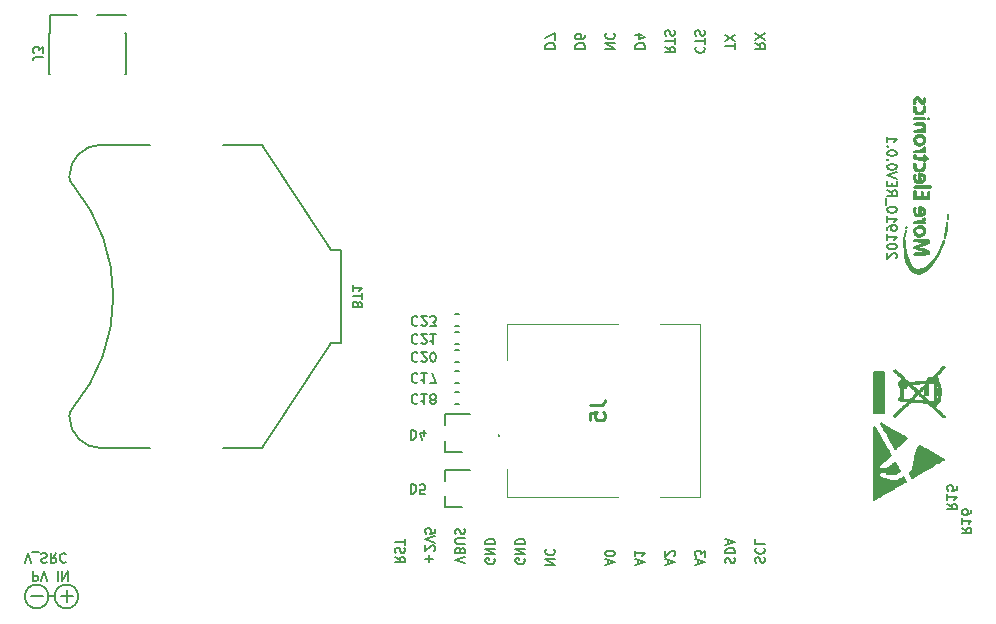
<source format=gbr>
G04 #@! TF.GenerationSoftware,KiCad,Pcbnew,(5.1.4)-1*
G04 #@! TF.CreationDate,2020-01-22T15:00:03+01:00*
G04 #@! TF.ProjectId,sara-rx-ab,73617261-2d72-4782-9d61-622e6b696361,rev?*
G04 #@! TF.SameCoordinates,Original*
G04 #@! TF.FileFunction,Legend,Bot*
G04 #@! TF.FilePolarity,Positive*
%FSLAX46Y46*%
G04 Gerber Fmt 4.6, Leading zero omitted, Abs format (unit mm)*
G04 Created by KiCad (PCBNEW (5.1.4)-1) date 2020-01-22 15:00:03*
%MOMM*%
%LPD*%
G04 APERTURE LIST*
%ADD10C,0.152400*%
%ADD11C,0.200000*%
%ADD12C,0.100000*%
%ADD13C,0.150000*%
%ADD14C,0.254000*%
G04 APERTURE END LIST*
D10*
X143650304Y-121730104D02*
X144037352Y-122001038D01*
X143650304Y-122194561D02*
X144463104Y-122194561D01*
X144463104Y-121884923D01*
X144424400Y-121807514D01*
X144385695Y-121768809D01*
X144308285Y-121730104D01*
X144192171Y-121730104D01*
X144114761Y-121768809D01*
X144076057Y-121807514D01*
X144037352Y-121884923D01*
X144037352Y-122194561D01*
X143689009Y-121420466D02*
X143650304Y-121304352D01*
X143650304Y-121110828D01*
X143689009Y-121033419D01*
X143727714Y-120994714D01*
X143805123Y-120956009D01*
X143882533Y-120956009D01*
X143959942Y-120994714D01*
X143998647Y-121033419D01*
X144037352Y-121110828D01*
X144076057Y-121265647D01*
X144114761Y-121343057D01*
X144153466Y-121381761D01*
X144230876Y-121420466D01*
X144308285Y-121420466D01*
X144385695Y-121381761D01*
X144424400Y-121343057D01*
X144463104Y-121265647D01*
X144463104Y-121072123D01*
X144424400Y-120956009D01*
X144463104Y-120723780D02*
X144463104Y-120259323D01*
X143650304Y-120491552D02*
X144463104Y-120491552D01*
X146499942Y-122209076D02*
X146499942Y-121589800D01*
X146190304Y-121899438D02*
X146809580Y-121899438D01*
X146925695Y-121241457D02*
X146964400Y-121202752D01*
X147003104Y-121125342D01*
X147003104Y-120931819D01*
X146964400Y-120854409D01*
X146925695Y-120815704D01*
X146848285Y-120777000D01*
X146770876Y-120777000D01*
X146654761Y-120815704D01*
X146190304Y-121280161D01*
X146190304Y-120777000D01*
X147003104Y-120544771D02*
X146190304Y-120273838D01*
X147003104Y-120002904D01*
X147003104Y-119344923D02*
X147003104Y-119731971D01*
X146616057Y-119770676D01*
X146654761Y-119731971D01*
X146693466Y-119654561D01*
X146693466Y-119461038D01*
X146654761Y-119383628D01*
X146616057Y-119344923D01*
X146538647Y-119306219D01*
X146345123Y-119306219D01*
X146267714Y-119344923D01*
X146229009Y-119383628D01*
X146190304Y-119461038D01*
X146190304Y-119654561D01*
X146229009Y-119731971D01*
X146267714Y-119770676D01*
X149543104Y-122267133D02*
X148730304Y-121996200D01*
X149543104Y-121725266D01*
X149156057Y-121183400D02*
X149117352Y-121067285D01*
X149078647Y-121028580D01*
X149001238Y-120989876D01*
X148885123Y-120989876D01*
X148807714Y-121028580D01*
X148769009Y-121067285D01*
X148730304Y-121144695D01*
X148730304Y-121454333D01*
X149543104Y-121454333D01*
X149543104Y-121183400D01*
X149504400Y-121105990D01*
X149465695Y-121067285D01*
X149388285Y-121028580D01*
X149310876Y-121028580D01*
X149233466Y-121067285D01*
X149194761Y-121105990D01*
X149156057Y-121183400D01*
X149156057Y-121454333D01*
X149543104Y-120641533D02*
X148885123Y-120641533D01*
X148807714Y-120602828D01*
X148769009Y-120564123D01*
X148730304Y-120486714D01*
X148730304Y-120331895D01*
X148769009Y-120254485D01*
X148807714Y-120215780D01*
X148885123Y-120177076D01*
X149543104Y-120177076D01*
X148769009Y-119828733D02*
X148730304Y-119712619D01*
X148730304Y-119519095D01*
X148769009Y-119441685D01*
X148807714Y-119402980D01*
X148885123Y-119364276D01*
X148962533Y-119364276D01*
X149039942Y-119402980D01*
X149078647Y-119441685D01*
X149117352Y-119519095D01*
X149156057Y-119673914D01*
X149194761Y-119751323D01*
X149233466Y-119790028D01*
X149310876Y-119828733D01*
X149388285Y-119828733D01*
X149465695Y-119790028D01*
X149504400Y-119751323D01*
X149543104Y-119673914D01*
X149543104Y-119480390D01*
X149504400Y-119364276D01*
X152044400Y-121904276D02*
X152083104Y-121981685D01*
X152083104Y-122097800D01*
X152044400Y-122213914D01*
X151966990Y-122291323D01*
X151889580Y-122330028D01*
X151734761Y-122368733D01*
X151618647Y-122368733D01*
X151463828Y-122330028D01*
X151386419Y-122291323D01*
X151309009Y-122213914D01*
X151270304Y-122097800D01*
X151270304Y-122020390D01*
X151309009Y-121904276D01*
X151347714Y-121865571D01*
X151618647Y-121865571D01*
X151618647Y-122020390D01*
X151270304Y-121517228D02*
X152083104Y-121517228D01*
X151270304Y-121052771D01*
X152083104Y-121052771D01*
X151270304Y-120665723D02*
X152083104Y-120665723D01*
X152083104Y-120472200D01*
X152044400Y-120356085D01*
X151966990Y-120278676D01*
X151889580Y-120239971D01*
X151734761Y-120201266D01*
X151618647Y-120201266D01*
X151463828Y-120239971D01*
X151386419Y-120278676D01*
X151309009Y-120356085D01*
X151270304Y-120472200D01*
X151270304Y-120665723D01*
X154584400Y-121904276D02*
X154623104Y-121981685D01*
X154623104Y-122097800D01*
X154584400Y-122213914D01*
X154506990Y-122291323D01*
X154429580Y-122330028D01*
X154274761Y-122368733D01*
X154158647Y-122368733D01*
X154003828Y-122330028D01*
X153926419Y-122291323D01*
X153849009Y-122213914D01*
X153810304Y-122097800D01*
X153810304Y-122020390D01*
X153849009Y-121904276D01*
X153887714Y-121865571D01*
X154158647Y-121865571D01*
X154158647Y-122020390D01*
X153810304Y-121517228D02*
X154623104Y-121517228D01*
X153810304Y-121052771D01*
X154623104Y-121052771D01*
X153810304Y-120665723D02*
X154623104Y-120665723D01*
X154623104Y-120472200D01*
X154584400Y-120356085D01*
X154506990Y-120278676D01*
X154429580Y-120239971D01*
X154274761Y-120201266D01*
X154158647Y-120201266D01*
X154003828Y-120239971D01*
X153926419Y-120278676D01*
X153849009Y-120356085D01*
X153810304Y-120472200D01*
X153810304Y-120665723D01*
X156350304Y-122431628D02*
X157163104Y-122431628D01*
X156350304Y-121967171D01*
X157163104Y-121967171D01*
X156427714Y-121115666D02*
X156389009Y-121154371D01*
X156350304Y-121270485D01*
X156350304Y-121347895D01*
X156389009Y-121464009D01*
X156466419Y-121541419D01*
X156543828Y-121580123D01*
X156698647Y-121618828D01*
X156814761Y-121618828D01*
X156969580Y-121580123D01*
X157046990Y-121541419D01*
X157124400Y-121464009D01*
X157163104Y-121347895D01*
X157163104Y-121270485D01*
X157124400Y-121154371D01*
X157085695Y-121115666D01*
X161662533Y-122373571D02*
X161662533Y-121986523D01*
X161430304Y-122450980D02*
X162243104Y-122180047D01*
X161430304Y-121909114D01*
X162243104Y-121483361D02*
X162243104Y-121405952D01*
X162204400Y-121328542D01*
X162165695Y-121289838D01*
X162088285Y-121251133D01*
X161933466Y-121212428D01*
X161739942Y-121212428D01*
X161585123Y-121251133D01*
X161507714Y-121289838D01*
X161469009Y-121328542D01*
X161430304Y-121405952D01*
X161430304Y-121483361D01*
X161469009Y-121560771D01*
X161507714Y-121599476D01*
X161585123Y-121638180D01*
X161739942Y-121676885D01*
X161933466Y-121676885D01*
X162088285Y-121638180D01*
X162165695Y-121599476D01*
X162204400Y-121560771D01*
X162243104Y-121483361D01*
X164202533Y-122373571D02*
X164202533Y-121986523D01*
X163970304Y-122450980D02*
X164783104Y-122180047D01*
X163970304Y-121909114D01*
X163970304Y-121212428D02*
X163970304Y-121676885D01*
X163970304Y-121444657D02*
X164783104Y-121444657D01*
X164666990Y-121522066D01*
X164589580Y-121599476D01*
X164550876Y-121676885D01*
X166742533Y-122373571D02*
X166742533Y-121986523D01*
X166510304Y-122450980D02*
X167323104Y-122180047D01*
X166510304Y-121909114D01*
X167245695Y-121676885D02*
X167284400Y-121638180D01*
X167323104Y-121560771D01*
X167323104Y-121367247D01*
X167284400Y-121289838D01*
X167245695Y-121251133D01*
X167168285Y-121212428D01*
X167090876Y-121212428D01*
X166974761Y-121251133D01*
X166510304Y-121715590D01*
X166510304Y-121212428D01*
X169282533Y-122373571D02*
X169282533Y-121986523D01*
X169050304Y-122450980D02*
X169863104Y-122180047D01*
X169050304Y-121909114D01*
X169863104Y-121715590D02*
X169863104Y-121212428D01*
X169553466Y-121483361D01*
X169553466Y-121367247D01*
X169514761Y-121289838D01*
X169476057Y-121251133D01*
X169398647Y-121212428D01*
X169205123Y-121212428D01*
X169127714Y-121251133D01*
X169089009Y-121289838D01*
X169050304Y-121367247D01*
X169050304Y-121599476D01*
X169089009Y-121676885D01*
X169127714Y-121715590D01*
X171629009Y-122271971D02*
X171590304Y-122155857D01*
X171590304Y-121962333D01*
X171629009Y-121884923D01*
X171667714Y-121846219D01*
X171745123Y-121807514D01*
X171822533Y-121807514D01*
X171899942Y-121846219D01*
X171938647Y-121884923D01*
X171977352Y-121962333D01*
X172016057Y-122117152D01*
X172054761Y-122194561D01*
X172093466Y-122233266D01*
X172170876Y-122271971D01*
X172248285Y-122271971D01*
X172325695Y-122233266D01*
X172364400Y-122194561D01*
X172403104Y-122117152D01*
X172403104Y-121923628D01*
X172364400Y-121807514D01*
X171590304Y-121459171D02*
X172403104Y-121459171D01*
X172403104Y-121265647D01*
X172364400Y-121149533D01*
X172286990Y-121072123D01*
X172209580Y-121033419D01*
X172054761Y-120994714D01*
X171938647Y-120994714D01*
X171783828Y-121033419D01*
X171706419Y-121072123D01*
X171629009Y-121149533D01*
X171590304Y-121265647D01*
X171590304Y-121459171D01*
X171822533Y-120685076D02*
X171822533Y-120298028D01*
X171590304Y-120762485D02*
X172403104Y-120491552D01*
X171590304Y-120220619D01*
X174169009Y-122252619D02*
X174130304Y-122136504D01*
X174130304Y-121942980D01*
X174169009Y-121865571D01*
X174207714Y-121826866D01*
X174285123Y-121788161D01*
X174362533Y-121788161D01*
X174439942Y-121826866D01*
X174478647Y-121865571D01*
X174517352Y-121942980D01*
X174556057Y-122097800D01*
X174594761Y-122175209D01*
X174633466Y-122213914D01*
X174710876Y-122252619D01*
X174788285Y-122252619D01*
X174865695Y-122213914D01*
X174904400Y-122175209D01*
X174943104Y-122097800D01*
X174943104Y-121904276D01*
X174904400Y-121788161D01*
X174207714Y-120975361D02*
X174169009Y-121014066D01*
X174130304Y-121130180D01*
X174130304Y-121207590D01*
X174169009Y-121323704D01*
X174246419Y-121401114D01*
X174323828Y-121439819D01*
X174478647Y-121478523D01*
X174594761Y-121478523D01*
X174749580Y-121439819D01*
X174826990Y-121401114D01*
X174904400Y-121323704D01*
X174943104Y-121207590D01*
X174943104Y-121130180D01*
X174904400Y-121014066D01*
X174865695Y-120975361D01*
X174130304Y-120239971D02*
X174130304Y-120627019D01*
X174943104Y-120627019D01*
X156350304Y-78704923D02*
X157163104Y-78704923D01*
X157163104Y-78511400D01*
X157124400Y-78395285D01*
X157046990Y-78317876D01*
X156969580Y-78279171D01*
X156814761Y-78240466D01*
X156698647Y-78240466D01*
X156543828Y-78279171D01*
X156466419Y-78317876D01*
X156389009Y-78395285D01*
X156350304Y-78511400D01*
X156350304Y-78704923D01*
X157163104Y-77969533D02*
X157163104Y-77427666D01*
X156350304Y-77776009D01*
X158890304Y-78704923D02*
X159703104Y-78704923D01*
X159703104Y-78511400D01*
X159664400Y-78395285D01*
X159586990Y-78317876D01*
X159509580Y-78279171D01*
X159354761Y-78240466D01*
X159238647Y-78240466D01*
X159083828Y-78279171D01*
X159006419Y-78317876D01*
X158929009Y-78395285D01*
X158890304Y-78511400D01*
X158890304Y-78704923D01*
X159703104Y-77543780D02*
X159703104Y-77698600D01*
X159664400Y-77776009D01*
X159625695Y-77814714D01*
X159509580Y-77892123D01*
X159354761Y-77930828D01*
X159045123Y-77930828D01*
X158967714Y-77892123D01*
X158929009Y-77853419D01*
X158890304Y-77776009D01*
X158890304Y-77621190D01*
X158929009Y-77543780D01*
X158967714Y-77505076D01*
X159045123Y-77466371D01*
X159238647Y-77466371D01*
X159316057Y-77505076D01*
X159354761Y-77543780D01*
X159393466Y-77621190D01*
X159393466Y-77776009D01*
X159354761Y-77853419D01*
X159316057Y-77892123D01*
X159238647Y-77930828D01*
X161430304Y-78743628D02*
X162243104Y-78743628D01*
X161430304Y-78279171D01*
X162243104Y-78279171D01*
X161507714Y-77427666D02*
X161469009Y-77466371D01*
X161430304Y-77582485D01*
X161430304Y-77659895D01*
X161469009Y-77776009D01*
X161546419Y-77853419D01*
X161623828Y-77892123D01*
X161778647Y-77930828D01*
X161894761Y-77930828D01*
X162049580Y-77892123D01*
X162126990Y-77853419D01*
X162204400Y-77776009D01*
X162243104Y-77659895D01*
X162243104Y-77582485D01*
X162204400Y-77466371D01*
X162165695Y-77427666D01*
X163970304Y-78704923D02*
X164783104Y-78704923D01*
X164783104Y-78511400D01*
X164744400Y-78395285D01*
X164666990Y-78317876D01*
X164589580Y-78279171D01*
X164434761Y-78240466D01*
X164318647Y-78240466D01*
X164163828Y-78279171D01*
X164086419Y-78317876D01*
X164009009Y-78395285D01*
X163970304Y-78511400D01*
X163970304Y-78704923D01*
X164512171Y-77543780D02*
X163970304Y-77543780D01*
X164821809Y-77737304D02*
X164241238Y-77930828D01*
X164241238Y-77427666D01*
X166510304Y-78550104D02*
X166897352Y-78821038D01*
X166510304Y-79014561D02*
X167323104Y-79014561D01*
X167323104Y-78704923D01*
X167284400Y-78627514D01*
X167245695Y-78588809D01*
X167168285Y-78550104D01*
X167052171Y-78550104D01*
X166974761Y-78588809D01*
X166936057Y-78627514D01*
X166897352Y-78704923D01*
X166897352Y-79014561D01*
X167323104Y-78317876D02*
X167323104Y-77853419D01*
X166510304Y-78085647D02*
X167323104Y-78085647D01*
X166549009Y-77621190D02*
X166510304Y-77505076D01*
X166510304Y-77311552D01*
X166549009Y-77234142D01*
X166587714Y-77195438D01*
X166665123Y-77156733D01*
X166742533Y-77156733D01*
X166819942Y-77195438D01*
X166858647Y-77234142D01*
X166897352Y-77311552D01*
X166936057Y-77466371D01*
X166974761Y-77543780D01*
X167013466Y-77582485D01*
X167090876Y-77621190D01*
X167168285Y-77621190D01*
X167245695Y-77582485D01*
X167284400Y-77543780D01*
X167323104Y-77466371D01*
X167323104Y-77272847D01*
X167284400Y-77156733D01*
X169127714Y-78550104D02*
X169089009Y-78588809D01*
X169050304Y-78704923D01*
X169050304Y-78782333D01*
X169089009Y-78898447D01*
X169166419Y-78975857D01*
X169243828Y-79014561D01*
X169398647Y-79053266D01*
X169514761Y-79053266D01*
X169669580Y-79014561D01*
X169746990Y-78975857D01*
X169824400Y-78898447D01*
X169863104Y-78782333D01*
X169863104Y-78704923D01*
X169824400Y-78588809D01*
X169785695Y-78550104D01*
X169863104Y-78317876D02*
X169863104Y-77853419D01*
X169050304Y-78085647D02*
X169863104Y-78085647D01*
X169089009Y-77621190D02*
X169050304Y-77505076D01*
X169050304Y-77311552D01*
X169089009Y-77234142D01*
X169127714Y-77195438D01*
X169205123Y-77156733D01*
X169282533Y-77156733D01*
X169359942Y-77195438D01*
X169398647Y-77234142D01*
X169437352Y-77311552D01*
X169476057Y-77466371D01*
X169514761Y-77543780D01*
X169553466Y-77582485D01*
X169630876Y-77621190D01*
X169708285Y-77621190D01*
X169785695Y-77582485D01*
X169824400Y-77543780D01*
X169863104Y-77466371D01*
X169863104Y-77272847D01*
X169824400Y-77156733D01*
X172403104Y-78724276D02*
X172403104Y-78259819D01*
X171590304Y-78492047D02*
X172403104Y-78492047D01*
X172403104Y-78066295D02*
X171590304Y-77524428D01*
X172403104Y-77524428D02*
X171590304Y-78066295D01*
X174130304Y-78240466D02*
X174517352Y-78511400D01*
X174130304Y-78704923D02*
X174943104Y-78704923D01*
X174943104Y-78395285D01*
X174904400Y-78317876D01*
X174865695Y-78279171D01*
X174788285Y-78240466D01*
X174672171Y-78240466D01*
X174594761Y-78279171D01*
X174556057Y-78317876D01*
X174517352Y-78395285D01*
X174517352Y-78704923D01*
X174943104Y-77969533D02*
X174130304Y-77427666D01*
X174943104Y-77427666D02*
X174130304Y-77969533D01*
X112265580Y-122238104D02*
X112536514Y-121425304D01*
X112807447Y-122238104D01*
X112884857Y-121347895D02*
X113504133Y-121347895D01*
X113658952Y-121464009D02*
X113775066Y-121425304D01*
X113968590Y-121425304D01*
X114046000Y-121464009D01*
X114084704Y-121502714D01*
X114123409Y-121580123D01*
X114123409Y-121657533D01*
X114084704Y-121734942D01*
X114046000Y-121773647D01*
X113968590Y-121812352D01*
X113813771Y-121851057D01*
X113736361Y-121889761D01*
X113697657Y-121928466D01*
X113658952Y-122005876D01*
X113658952Y-122083285D01*
X113697657Y-122160695D01*
X113736361Y-122199400D01*
X113813771Y-122238104D01*
X114007295Y-122238104D01*
X114123409Y-122199400D01*
X114936209Y-121425304D02*
X114665276Y-121812352D01*
X114471752Y-121425304D02*
X114471752Y-122238104D01*
X114781390Y-122238104D01*
X114858800Y-122199400D01*
X114897504Y-122160695D01*
X114936209Y-122083285D01*
X114936209Y-121967171D01*
X114897504Y-121889761D01*
X114858800Y-121851057D01*
X114781390Y-121812352D01*
X114471752Y-121812352D01*
X115749009Y-121502714D02*
X115710304Y-121464009D01*
X115594190Y-121425304D01*
X115516780Y-121425304D01*
X115400666Y-121464009D01*
X115323257Y-121541419D01*
X115284552Y-121618828D01*
X115245847Y-121773647D01*
X115245847Y-121889761D01*
X115284552Y-122044580D01*
X115323257Y-122121990D01*
X115400666Y-122199400D01*
X115516780Y-122238104D01*
X115594190Y-122238104D01*
X115710304Y-122199400D01*
X115749009Y-122160695D01*
X112936866Y-122949304D02*
X112936866Y-123762104D01*
X113246504Y-123762104D01*
X113323914Y-123723400D01*
X113362619Y-123684695D01*
X113401323Y-123607285D01*
X113401323Y-123491171D01*
X113362619Y-123413761D01*
X113323914Y-123375057D01*
X113246504Y-123336352D01*
X112936866Y-123336352D01*
X113633552Y-123762104D02*
X113904485Y-122949304D01*
X114175419Y-123762104D01*
X115065628Y-122949304D02*
X115065628Y-123762104D01*
X115452676Y-122949304D02*
X115452676Y-123762104D01*
X115917133Y-122949304D01*
X115917133Y-123762104D01*
X186041695Y-96460733D02*
X186080400Y-96422028D01*
X186119104Y-96344619D01*
X186119104Y-96151095D01*
X186080400Y-96073685D01*
X186041695Y-96034980D01*
X185964285Y-95996276D01*
X185886876Y-95996276D01*
X185770761Y-96034980D01*
X185306304Y-96499438D01*
X185306304Y-95996276D01*
X186119104Y-95493114D02*
X186119104Y-95415704D01*
X186080400Y-95338295D01*
X186041695Y-95299590D01*
X185964285Y-95260885D01*
X185809466Y-95222180D01*
X185615942Y-95222180D01*
X185461123Y-95260885D01*
X185383714Y-95299590D01*
X185345009Y-95338295D01*
X185306304Y-95415704D01*
X185306304Y-95493114D01*
X185345009Y-95570523D01*
X185383714Y-95609228D01*
X185461123Y-95647933D01*
X185615942Y-95686638D01*
X185809466Y-95686638D01*
X185964285Y-95647933D01*
X186041695Y-95609228D01*
X186080400Y-95570523D01*
X186119104Y-95493114D01*
X185306304Y-94448085D02*
X185306304Y-94912542D01*
X185306304Y-94680314D02*
X186119104Y-94680314D01*
X186002990Y-94757723D01*
X185925580Y-94835133D01*
X185886876Y-94912542D01*
X185306304Y-94061038D02*
X185306304Y-93906219D01*
X185345009Y-93828809D01*
X185383714Y-93790104D01*
X185499828Y-93712695D01*
X185654647Y-93673990D01*
X185964285Y-93673990D01*
X186041695Y-93712695D01*
X186080400Y-93751400D01*
X186119104Y-93828809D01*
X186119104Y-93983628D01*
X186080400Y-94061038D01*
X186041695Y-94099742D01*
X185964285Y-94138447D01*
X185770761Y-94138447D01*
X185693352Y-94099742D01*
X185654647Y-94061038D01*
X185615942Y-93983628D01*
X185615942Y-93828809D01*
X185654647Y-93751400D01*
X185693352Y-93712695D01*
X185770761Y-93673990D01*
X185306304Y-92899895D02*
X185306304Y-93364352D01*
X185306304Y-93132123D02*
X186119104Y-93132123D01*
X186002990Y-93209533D01*
X185925580Y-93286942D01*
X185886876Y-93364352D01*
X186119104Y-92396733D02*
X186119104Y-92319323D01*
X186080400Y-92241914D01*
X186041695Y-92203209D01*
X185964285Y-92164504D01*
X185809466Y-92125800D01*
X185615942Y-92125800D01*
X185461123Y-92164504D01*
X185383714Y-92203209D01*
X185345009Y-92241914D01*
X185306304Y-92319323D01*
X185306304Y-92396733D01*
X185345009Y-92474142D01*
X185383714Y-92512847D01*
X185461123Y-92551552D01*
X185615942Y-92590257D01*
X185809466Y-92590257D01*
X185964285Y-92551552D01*
X186041695Y-92512847D01*
X186080400Y-92474142D01*
X186119104Y-92396733D01*
X185228895Y-91970980D02*
X185228895Y-91351704D01*
X185306304Y-90693723D02*
X185693352Y-90964657D01*
X185306304Y-91158180D02*
X186119104Y-91158180D01*
X186119104Y-90848542D01*
X186080400Y-90771133D01*
X186041695Y-90732428D01*
X185964285Y-90693723D01*
X185848171Y-90693723D01*
X185770761Y-90732428D01*
X185732057Y-90771133D01*
X185693352Y-90848542D01*
X185693352Y-91158180D01*
X185732057Y-90345380D02*
X185732057Y-90074447D01*
X185306304Y-89958333D02*
X185306304Y-90345380D01*
X186119104Y-90345380D01*
X186119104Y-89958333D01*
X186119104Y-89726104D02*
X185306304Y-89455171D01*
X186119104Y-89184238D01*
X186119104Y-88758485D02*
X186119104Y-88681076D01*
X186080400Y-88603666D01*
X186041695Y-88564961D01*
X185964285Y-88526257D01*
X185809466Y-88487552D01*
X185615942Y-88487552D01*
X185461123Y-88526257D01*
X185383714Y-88564961D01*
X185345009Y-88603666D01*
X185306304Y-88681076D01*
X185306304Y-88758485D01*
X185345009Y-88835895D01*
X185383714Y-88874600D01*
X185461123Y-88913304D01*
X185615942Y-88952009D01*
X185809466Y-88952009D01*
X185964285Y-88913304D01*
X186041695Y-88874600D01*
X186080400Y-88835895D01*
X186119104Y-88758485D01*
X185383714Y-88139209D02*
X185345009Y-88100504D01*
X185306304Y-88139209D01*
X185345009Y-88177914D01*
X185383714Y-88139209D01*
X185306304Y-88139209D01*
X186119104Y-87597342D02*
X186119104Y-87519933D01*
X186080400Y-87442523D01*
X186041695Y-87403819D01*
X185964285Y-87365114D01*
X185809466Y-87326409D01*
X185615942Y-87326409D01*
X185461123Y-87365114D01*
X185383714Y-87403819D01*
X185345009Y-87442523D01*
X185306304Y-87519933D01*
X185306304Y-87597342D01*
X185345009Y-87674752D01*
X185383714Y-87713457D01*
X185461123Y-87752161D01*
X185615942Y-87790866D01*
X185809466Y-87790866D01*
X185964285Y-87752161D01*
X186041695Y-87713457D01*
X186080400Y-87674752D01*
X186119104Y-87597342D01*
X185383714Y-86978066D02*
X185345009Y-86939361D01*
X185306304Y-86978066D01*
X185345009Y-87016771D01*
X185383714Y-86978066D01*
X185306304Y-86978066D01*
X185306304Y-86165266D02*
X185306304Y-86629723D01*
X185306304Y-86397495D02*
X186119104Y-86397495D01*
X186002990Y-86474904D01*
X185925580Y-86552314D01*
X185886876Y-86629723D01*
D11*
X152390000Y-111447000D02*
G75*
G03X152390000Y-111547000I0J-50000D01*
G01*
X152390000Y-111547000D02*
G75*
G03X152390000Y-111447000I0J50000D01*
G01*
X152390000Y-111447000D02*
G75*
G03X152390000Y-111547000I0J-50000D01*
G01*
X152390000Y-111547000D02*
X152390000Y-111547000D01*
X152390000Y-111447000D02*
X152390000Y-111447000D01*
X152390000Y-111547000D02*
X152390000Y-111547000D01*
D12*
X162540000Y-116677000D02*
X153140000Y-116677000D01*
X162540000Y-116677000D02*
X162540000Y-116677000D01*
X153140000Y-116677000D02*
X162540000Y-116677000D01*
X153140000Y-116677000D02*
X153140000Y-116677000D01*
X153140000Y-114347000D02*
X153140000Y-114347000D01*
X153140000Y-116677000D02*
X153140000Y-114347000D01*
X153140000Y-116677000D02*
X153140000Y-116677000D01*
X153140000Y-114347000D02*
X153140000Y-116677000D01*
X153140000Y-102017000D02*
X153140000Y-102017000D01*
X153140000Y-105097000D02*
X153140000Y-102017000D01*
X153140000Y-105097000D02*
X153140000Y-105097000D01*
X153140000Y-102017000D02*
X153140000Y-105097000D01*
X153140000Y-102017000D02*
X162540000Y-102017000D01*
X153140000Y-102017000D02*
X153140000Y-102017000D01*
X162540000Y-102017000D02*
X153140000Y-102017000D01*
X162540000Y-102017000D02*
X162540000Y-102017000D01*
X166040000Y-102017000D02*
X169440000Y-102017000D01*
X166040000Y-102017000D02*
X166040000Y-102017000D01*
X169440000Y-102017000D02*
X166040000Y-102017000D01*
X169440000Y-102017000D02*
X169440000Y-102017000D01*
X169440000Y-116677000D02*
X169440000Y-116677000D01*
X169440000Y-102017000D02*
X169440000Y-116677000D01*
X169440000Y-102017000D02*
X169440000Y-102017000D01*
X169440000Y-116677000D02*
X169440000Y-102017000D01*
X166040000Y-116677000D02*
X169440000Y-116677000D01*
X166040000Y-116677000D02*
X166040000Y-116677000D01*
X169440000Y-116677000D02*
X166040000Y-116677000D01*
X169440000Y-116677000D02*
X169440000Y-116677000D01*
D13*
X114808000Y-125095000D02*
X114299000Y-125095000D01*
X116808000Y-125095000D02*
G75*
G03X116808000Y-125095000I-1000000J0D01*
G01*
X114284000Y-125095000D02*
G75*
G03X114284000Y-125095000I-1000000J0D01*
G01*
X113792000Y-125095000D02*
X112776000Y-125095000D01*
X116332000Y-125095000D02*
X115316000Y-125095000D01*
X115824000Y-124587000D02*
X115824000Y-125603000D01*
G36*
X190144803Y-105698570D02*
G01*
X190057720Y-105699189D01*
X189598760Y-106150914D01*
X189139799Y-106602639D01*
X188929180Y-106602968D01*
X188718562Y-106603297D01*
X188718562Y-106878390D01*
X188665121Y-106885478D01*
X188640763Y-106888162D01*
X188594892Y-106892687D01*
X188530246Y-106898809D01*
X188449560Y-106906288D01*
X188355570Y-106914881D01*
X188251014Y-106924346D01*
X188138626Y-106934442D01*
X188021144Y-106944926D01*
X187901303Y-106955556D01*
X187781840Y-106966091D01*
X187665492Y-106976287D01*
X187554994Y-106985905D01*
X187453082Y-106994700D01*
X187362493Y-107002432D01*
X187285964Y-107008858D01*
X187226230Y-107013737D01*
X187186027Y-107016825D01*
X187168092Y-107017883D01*
X187168007Y-107017882D01*
X187153616Y-107010173D01*
X187123903Y-106987019D01*
X187078520Y-106948105D01*
X187017122Y-106893116D01*
X186939363Y-106821736D01*
X186844897Y-106733651D01*
X186733379Y-106628546D01*
X186604463Y-106506105D01*
X186568364Y-106471690D01*
X185996235Y-105925863D01*
X185908215Y-106014119D01*
X185985893Y-106085515D01*
X186013965Y-106111634D01*
X186057377Y-106152434D01*
X186113285Y-106205223D01*
X186178843Y-106267309D01*
X186251210Y-106336000D01*
X186327539Y-106408604D01*
X186373127Y-106452040D01*
X186458532Y-106533584D01*
X186526941Y-106599496D01*
X186579598Y-106651456D01*
X186617746Y-106691145D01*
X186642631Y-106720243D01*
X186655495Y-106740431D01*
X186657583Y-106753390D01*
X186650138Y-106760800D01*
X186634405Y-106764342D01*
X186611628Y-106765697D01*
X186605412Y-106765879D01*
X186562590Y-106775297D01*
X186510832Y-106798503D01*
X186458323Y-106830864D01*
X186413248Y-106867748D01*
X186399323Y-106882507D01*
X186350604Y-106958233D01*
X186323345Y-107046692D01*
X186316878Y-107124900D01*
X186329075Y-107213532D01*
X186364838Y-107295388D01*
X186422929Y-107367836D01*
X186437389Y-107381203D01*
X186492918Y-107430082D01*
X186492918Y-108275674D01*
X186316878Y-108275674D01*
X186316878Y-108502010D01*
X186399120Y-108502010D01*
X186455265Y-108504850D01*
X186494235Y-108514393D01*
X186515432Y-108525991D01*
X186530599Y-108534277D01*
X186552589Y-108541373D01*
X186584664Y-108547748D01*
X186630082Y-108553872D01*
X186692103Y-108560216D01*
X186773989Y-108567250D01*
X186834905Y-108572066D01*
X187120308Y-108594161D01*
X186570846Y-109136565D01*
X186471423Y-109234637D01*
X186375836Y-109328784D01*
X186285841Y-109417285D01*
X186203194Y-109498420D01*
X186129650Y-109570469D01*
X186066967Y-109631712D01*
X186016899Y-109680427D01*
X185981203Y-109714896D01*
X185961656Y-109733379D01*
X185930707Y-109763743D01*
X185909121Y-109789071D01*
X185901928Y-109802695D01*
X185910354Y-109820095D01*
X185931406Y-109845460D01*
X185939980Y-109854058D01*
X185978031Y-109890514D01*
X186181993Y-109689802D01*
X186233952Y-109638596D01*
X186300831Y-109572569D01*
X186379701Y-109494618D01*
X186467637Y-109407638D01*
X186561710Y-109314526D01*
X186658993Y-109218179D01*
X186756558Y-109121492D01*
X186826506Y-109052134D01*
X186933101Y-108946703D01*
X187023344Y-108858129D01*
X187098459Y-108785281D01*
X187159665Y-108727023D01*
X187208185Y-108682225D01*
X187233522Y-108660021D01*
X187233522Y-108481724D01*
X186948096Y-108459401D01*
X186864432Y-108452669D01*
X186787924Y-108446157D01*
X186722570Y-108440234D01*
X186672370Y-108435268D01*
X186641322Y-108431629D01*
X186634378Y-108430458D01*
X186606086Y-108423838D01*
X186606086Y-107474364D01*
X186685045Y-107468026D01*
X186778336Y-107448890D01*
X186860860Y-107408846D01*
X186929613Y-107350418D01*
X186981588Y-107276129D01*
X187012788Y-107192748D01*
X187027423Y-107165698D01*
X187058832Y-107152156D01*
X187060217Y-107151872D01*
X187073477Y-107150247D01*
X187087056Y-107152256D01*
X187103470Y-107159858D01*
X187125240Y-107175016D01*
X187154884Y-107199688D01*
X187194919Y-107235836D01*
X187247866Y-107285420D01*
X187316242Y-107350401D01*
X187320646Y-107354599D01*
X187394040Y-107424493D01*
X187472214Y-107498800D01*
X187549787Y-107572414D01*
X187621376Y-107640229D01*
X187681600Y-107697140D01*
X187695064Y-107709832D01*
X187745831Y-107758487D01*
X187789276Y-107801709D01*
X187822410Y-107836395D01*
X187842246Y-107859444D01*
X187846605Y-107867182D01*
X187837481Y-107878722D01*
X187812451Y-107905710D01*
X187773599Y-107946021D01*
X187723008Y-107997529D01*
X187662763Y-108058109D01*
X187594947Y-108125636D01*
X187539086Y-108180826D01*
X187233522Y-108481724D01*
X187233522Y-108660021D01*
X187245240Y-108649751D01*
X187272052Y-108628471D01*
X187289843Y-108617251D01*
X187298081Y-108614754D01*
X187316061Y-108615700D01*
X187356759Y-108618573D01*
X187417832Y-108623187D01*
X187496938Y-108629358D01*
X187591737Y-108636898D01*
X187699884Y-108645621D01*
X187819039Y-108655343D01*
X187946860Y-108665876D01*
X188049016Y-108674365D01*
X188624977Y-108722396D01*
X188624977Y-108598805D01*
X188612547Y-108598273D01*
X188577541Y-108595769D01*
X188522436Y-108591496D01*
X188449708Y-108585653D01*
X188361837Y-108578443D01*
X188261300Y-108570066D01*
X188150574Y-108560723D01*
X188045446Y-108551758D01*
X187926168Y-108541602D01*
X187813571Y-108532142D01*
X187710346Y-108523596D01*
X187619178Y-108516179D01*
X187542756Y-108510108D01*
X187483768Y-108505601D01*
X187444902Y-108502873D01*
X187429807Y-108502116D01*
X187420413Y-108500935D01*
X187416685Y-108496256D01*
X187420180Y-108486276D01*
X187432452Y-108469190D01*
X187455057Y-108443196D01*
X187489551Y-108406490D01*
X187537489Y-108357267D01*
X187600427Y-108293726D01*
X187667683Y-108226305D01*
X187943174Y-107950601D01*
X187945245Y-107952533D01*
X187945245Y-107770290D01*
X187933871Y-107761984D01*
X187907088Y-107738733D01*
X187867359Y-107702865D01*
X187817144Y-107656713D01*
X187758905Y-107602606D01*
X187695104Y-107542874D01*
X187628202Y-107479848D01*
X187560661Y-107415858D01*
X187494941Y-107353236D01*
X187433505Y-107294310D01*
X187378814Y-107241412D01*
X187333329Y-107196872D01*
X187299513Y-107163020D01*
X187279825Y-107142188D01*
X187275814Y-107136506D01*
X187288760Y-107134634D01*
X187324517Y-107130746D01*
X187380847Y-107125057D01*
X187455511Y-107117781D01*
X187546271Y-107109131D01*
X187650889Y-107099322D01*
X187767125Y-107088566D01*
X187892743Y-107077079D01*
X187994033Y-107067907D01*
X188125372Y-107056174D01*
X188249099Y-107045335D01*
X188362970Y-107035570D01*
X188464740Y-107027063D01*
X188552164Y-107019995D01*
X188622998Y-107014549D01*
X188674998Y-107010908D01*
X188705919Y-107009253D01*
X188713948Y-107009442D01*
X188706797Y-107019334D01*
X188683810Y-107044524D01*
X188647212Y-107082810D01*
X188599229Y-107131989D01*
X188542085Y-107189861D01*
X188478004Y-107254222D01*
X188409213Y-107322871D01*
X188337935Y-107393605D01*
X188266396Y-107464222D01*
X188196821Y-107532520D01*
X188131434Y-107596296D01*
X188072460Y-107653350D01*
X188022124Y-107701478D01*
X187982652Y-107738478D01*
X187956268Y-107762148D01*
X187945245Y-107770290D01*
X187945245Y-107952533D01*
X188053356Y-108053409D01*
X188109274Y-108105768D01*
X188171703Y-108164535D01*
X188238208Y-108227385D01*
X188306353Y-108291995D01*
X188373703Y-108356042D01*
X188437823Y-108417203D01*
X188496279Y-108473153D01*
X188546633Y-108521570D01*
X188586453Y-108560130D01*
X188613301Y-108586509D01*
X188624743Y-108598384D01*
X188624977Y-108598805D01*
X188624977Y-108722396D01*
X188768925Y-108734401D01*
X189400493Y-109334938D01*
X190032062Y-109935475D01*
X190120336Y-109935034D01*
X190208611Y-109934592D01*
X190104985Y-109837583D01*
X190047188Y-109783291D01*
X189979283Y-109719192D01*
X189903079Y-109647016D01*
X189820382Y-109568492D01*
X189732998Y-109485349D01*
X189642736Y-109399319D01*
X189551401Y-109312130D01*
X189460802Y-109225513D01*
X189372744Y-109141197D01*
X189289036Y-109060912D01*
X189211484Y-108986387D01*
X189141894Y-108919354D01*
X189082075Y-108861541D01*
X189033833Y-108814679D01*
X188998975Y-108780496D01*
X188979308Y-108760724D01*
X188975535Y-108756390D01*
X188988659Y-108756092D01*
X189022262Y-108757731D01*
X189071771Y-108761023D01*
X189132614Y-108765682D01*
X189156919Y-108767682D01*
X189334700Y-108782577D01*
X189334700Y-108665955D01*
X189306408Y-108659934D01*
X189284033Y-108656863D01*
X189241934Y-108652548D01*
X189185473Y-108647488D01*
X189120016Y-108642181D01*
X189095789Y-108640344D01*
X189026230Y-108634927D01*
X188961633Y-108629459D01*
X188908103Y-108624488D01*
X188871741Y-108620561D01*
X188865142Y-108619675D01*
X188851595Y-108616334D01*
X188835737Y-108609101D01*
X188815790Y-108596440D01*
X188789978Y-108576811D01*
X188756522Y-108548678D01*
X188713644Y-108510502D01*
X188659568Y-108460746D01*
X188592515Y-108397871D01*
X188510708Y-108320341D01*
X188427701Y-108241251D01*
X188345557Y-108162564D01*
X188269482Y-108089112D01*
X188201326Y-108022724D01*
X188142939Y-107965227D01*
X188096170Y-107918451D01*
X188062869Y-107884224D01*
X188044884Y-107864373D01*
X188042209Y-107860140D01*
X188051910Y-107849003D01*
X188077210Y-107822971D01*
X188115569Y-107784570D01*
X188164451Y-107736328D01*
X188221317Y-107680770D01*
X188262745Y-107640592D01*
X188479651Y-107430831D01*
X188479651Y-108049337D01*
X188718562Y-108049337D01*
X188718562Y-107294881D01*
X188612109Y-107294881D01*
X188749997Y-107156565D01*
X188847811Y-107058447D01*
X188847811Y-106867357D01*
X188832381Y-106865529D01*
X188823784Y-106856277D01*
X188820038Y-106833950D01*
X188819162Y-106792895D01*
X188819156Y-106785624D01*
X188819156Y-106703891D01*
X189038479Y-106703891D01*
X188957472Y-106785624D01*
X188908223Y-106831730D01*
X188870492Y-106859306D01*
X188847811Y-106867357D01*
X188847811Y-107058447D01*
X188887885Y-107018248D01*
X189010699Y-107018248D01*
X189067201Y-107017863D01*
X189103146Y-107016100D01*
X189123121Y-107012050D01*
X189131714Y-107004801D01*
X189133512Y-106993870D01*
X189136153Y-106981712D01*
X189146739Y-106972727D01*
X189169270Y-106965826D01*
X189207742Y-106959924D01*
X189266153Y-106953935D01*
X189287547Y-106952013D01*
X189334700Y-106947852D01*
X189334700Y-108665955D01*
X189334700Y-108782577D01*
X189334700Y-108942109D01*
X189447869Y-108942109D01*
X189447869Y-108874314D01*
X189448955Y-108834662D01*
X189454197Y-108813116D01*
X189457317Y-108810480D01*
X189457317Y-108671616D01*
X189450189Y-108664308D01*
X189447989Y-108638993D01*
X189447869Y-108621908D01*
X189447869Y-108564881D01*
X189447869Y-108352221D01*
X189447869Y-106937698D01*
X189496865Y-106985542D01*
X189557327Y-107059850D01*
X189603960Y-107151816D01*
X189637402Y-107262998D01*
X189655898Y-107373471D01*
X189664529Y-107445773D01*
X189573611Y-107445773D01*
X189573611Y-108024188D01*
X189676758Y-108024188D01*
X189668155Y-108109065D01*
X189660895Y-108168368D01*
X189651272Y-108231551D01*
X189644399Y-108269386D01*
X189629244Y-108344832D01*
X189538556Y-108348526D01*
X189447869Y-108352221D01*
X189447869Y-108564881D01*
X189498166Y-108564881D01*
X189529675Y-108566544D01*
X189547188Y-108570697D01*
X189548463Y-108572371D01*
X189540397Y-108590987D01*
X189520831Y-108618183D01*
X189496707Y-108645448D01*
X189474969Y-108664267D01*
X189472143Y-108665943D01*
X189457317Y-108671616D01*
X189457317Y-108810480D01*
X189466570Y-108802662D01*
X189480047Y-108798442D01*
X189515024Y-108781219D01*
X189557072Y-108748138D01*
X189600295Y-108704893D01*
X189638797Y-108657174D01*
X189658850Y-108625830D01*
X189680800Y-108590123D01*
X189699240Y-108571819D01*
X189720983Y-108565388D01*
X189733933Y-108564894D01*
X189737076Y-108564894D01*
X189737076Y-107923594D01*
X189674205Y-107923594D01*
X189674205Y-107546367D01*
X189737076Y-107546367D01*
X189737076Y-107923594D01*
X189737076Y-108564894D01*
X189774799Y-108564881D01*
X189774799Y-108459048D01*
X189773622Y-108410355D01*
X189770486Y-108372405D01*
X189765980Y-108351308D01*
X189764156Y-108349023D01*
X189761356Y-108335641D01*
X189762503Y-108303074D01*
X189767258Y-108256916D01*
X189771648Y-108225376D01*
X189780273Y-108168188D01*
X189788060Y-108115886D01*
X189793804Y-108076582D01*
X189795436Y-108065055D01*
X189804763Y-108034937D01*
X189819379Y-108024188D01*
X189825331Y-108020920D01*
X189829873Y-108009230D01*
X189833181Y-107986288D01*
X189835436Y-107949265D01*
X189836817Y-107895332D01*
X189837501Y-107821660D01*
X189837671Y-107734980D01*
X189837574Y-107642471D01*
X189837121Y-107572094D01*
X189836061Y-107520836D01*
X189834148Y-107485680D01*
X189831132Y-107463611D01*
X189826766Y-107451615D01*
X189820802Y-107446676D01*
X189813867Y-107445773D01*
X189791856Y-107438079D01*
X189779330Y-107412879D01*
X189774863Y-107366991D01*
X189774799Y-107358736D01*
X189766783Y-107281027D01*
X189744715Y-107192767D01*
X189711567Y-107101915D01*
X189670312Y-107016430D01*
X189623920Y-106944274D01*
X189616569Y-106934928D01*
X189592653Y-106904467D01*
X189583075Y-106886428D01*
X189586171Y-106873831D01*
X189598947Y-106860900D01*
X189623973Y-106822707D01*
X189633580Y-106773002D01*
X189628584Y-106719476D01*
X189609800Y-106669822D01*
X189578045Y-106631733D01*
X189574354Y-106628975D01*
X189515076Y-106600474D01*
X189453717Y-106595172D01*
X189395224Y-106612482D01*
X189344547Y-106651820D01*
X189340362Y-106656630D01*
X189320484Y-106684560D01*
X189311730Y-106712898D01*
X189311098Y-106752737D01*
X189311659Y-106762689D01*
X189313089Y-106801668D01*
X189309812Y-106821746D01*
X189299923Y-106829015D01*
X189290690Y-106829760D01*
X189263907Y-106831284D01*
X189223626Y-106835065D01*
X189199527Y-106837782D01*
X189161250Y-106841723D01*
X189141655Y-106840084D01*
X189134493Y-106830579D01*
X189133512Y-106813649D01*
X189136750Y-106803608D01*
X189147231Y-106787410D01*
X189166103Y-106763855D01*
X189194516Y-106731743D01*
X189233616Y-106689872D01*
X189284554Y-106637043D01*
X189348478Y-106572055D01*
X189426537Y-106493709D01*
X189519879Y-106400803D01*
X189629653Y-106292137D01*
X189682699Y-106239769D01*
X190231884Y-105697951D01*
X190144803Y-105698570D01*
X190144803Y-105698570D01*
G37*
X190144803Y-105698570D02*
X190057720Y-105699189D01*
X189598760Y-106150914D01*
X189139799Y-106602639D01*
X188929180Y-106602968D01*
X188718562Y-106603297D01*
X188718562Y-106878390D01*
X188665121Y-106885478D01*
X188640763Y-106888162D01*
X188594892Y-106892687D01*
X188530246Y-106898809D01*
X188449560Y-106906288D01*
X188355570Y-106914881D01*
X188251014Y-106924346D01*
X188138626Y-106934442D01*
X188021144Y-106944926D01*
X187901303Y-106955556D01*
X187781840Y-106966091D01*
X187665492Y-106976287D01*
X187554994Y-106985905D01*
X187453082Y-106994700D01*
X187362493Y-107002432D01*
X187285964Y-107008858D01*
X187226230Y-107013737D01*
X187186027Y-107016825D01*
X187168092Y-107017883D01*
X187168007Y-107017882D01*
X187153616Y-107010173D01*
X187123903Y-106987019D01*
X187078520Y-106948105D01*
X187017122Y-106893116D01*
X186939363Y-106821736D01*
X186844897Y-106733651D01*
X186733379Y-106628546D01*
X186604463Y-106506105D01*
X186568364Y-106471690D01*
X185996235Y-105925863D01*
X185908215Y-106014119D01*
X185985893Y-106085515D01*
X186013965Y-106111634D01*
X186057377Y-106152434D01*
X186113285Y-106205223D01*
X186178843Y-106267309D01*
X186251210Y-106336000D01*
X186327539Y-106408604D01*
X186373127Y-106452040D01*
X186458532Y-106533584D01*
X186526941Y-106599496D01*
X186579598Y-106651456D01*
X186617746Y-106691145D01*
X186642631Y-106720243D01*
X186655495Y-106740431D01*
X186657583Y-106753390D01*
X186650138Y-106760800D01*
X186634405Y-106764342D01*
X186611628Y-106765697D01*
X186605412Y-106765879D01*
X186562590Y-106775297D01*
X186510832Y-106798503D01*
X186458323Y-106830864D01*
X186413248Y-106867748D01*
X186399323Y-106882507D01*
X186350604Y-106958233D01*
X186323345Y-107046692D01*
X186316878Y-107124900D01*
X186329075Y-107213532D01*
X186364838Y-107295388D01*
X186422929Y-107367836D01*
X186437389Y-107381203D01*
X186492918Y-107430082D01*
X186492918Y-108275674D01*
X186316878Y-108275674D01*
X186316878Y-108502010D01*
X186399120Y-108502010D01*
X186455265Y-108504850D01*
X186494235Y-108514393D01*
X186515432Y-108525991D01*
X186530599Y-108534277D01*
X186552589Y-108541373D01*
X186584664Y-108547748D01*
X186630082Y-108553872D01*
X186692103Y-108560216D01*
X186773989Y-108567250D01*
X186834905Y-108572066D01*
X187120308Y-108594161D01*
X186570846Y-109136565D01*
X186471423Y-109234637D01*
X186375836Y-109328784D01*
X186285841Y-109417285D01*
X186203194Y-109498420D01*
X186129650Y-109570469D01*
X186066967Y-109631712D01*
X186016899Y-109680427D01*
X185981203Y-109714896D01*
X185961656Y-109733379D01*
X185930707Y-109763743D01*
X185909121Y-109789071D01*
X185901928Y-109802695D01*
X185910354Y-109820095D01*
X185931406Y-109845460D01*
X185939980Y-109854058D01*
X185978031Y-109890514D01*
X186181993Y-109689802D01*
X186233952Y-109638596D01*
X186300831Y-109572569D01*
X186379701Y-109494618D01*
X186467637Y-109407638D01*
X186561710Y-109314526D01*
X186658993Y-109218179D01*
X186756558Y-109121492D01*
X186826506Y-109052134D01*
X186933101Y-108946703D01*
X187023344Y-108858129D01*
X187098459Y-108785281D01*
X187159665Y-108727023D01*
X187208185Y-108682225D01*
X187233522Y-108660021D01*
X187233522Y-108481724D01*
X186948096Y-108459401D01*
X186864432Y-108452669D01*
X186787924Y-108446157D01*
X186722570Y-108440234D01*
X186672370Y-108435268D01*
X186641322Y-108431629D01*
X186634378Y-108430458D01*
X186606086Y-108423838D01*
X186606086Y-107474364D01*
X186685045Y-107468026D01*
X186778336Y-107448890D01*
X186860860Y-107408846D01*
X186929613Y-107350418D01*
X186981588Y-107276129D01*
X187012788Y-107192748D01*
X187027423Y-107165698D01*
X187058832Y-107152156D01*
X187060217Y-107151872D01*
X187073477Y-107150247D01*
X187087056Y-107152256D01*
X187103470Y-107159858D01*
X187125240Y-107175016D01*
X187154884Y-107199688D01*
X187194919Y-107235836D01*
X187247866Y-107285420D01*
X187316242Y-107350401D01*
X187320646Y-107354599D01*
X187394040Y-107424493D01*
X187472214Y-107498800D01*
X187549787Y-107572414D01*
X187621376Y-107640229D01*
X187681600Y-107697140D01*
X187695064Y-107709832D01*
X187745831Y-107758487D01*
X187789276Y-107801709D01*
X187822410Y-107836395D01*
X187842246Y-107859444D01*
X187846605Y-107867182D01*
X187837481Y-107878722D01*
X187812451Y-107905710D01*
X187773599Y-107946021D01*
X187723008Y-107997529D01*
X187662763Y-108058109D01*
X187594947Y-108125636D01*
X187539086Y-108180826D01*
X187233522Y-108481724D01*
X187233522Y-108660021D01*
X187245240Y-108649751D01*
X187272052Y-108628471D01*
X187289843Y-108617251D01*
X187298081Y-108614754D01*
X187316061Y-108615700D01*
X187356759Y-108618573D01*
X187417832Y-108623187D01*
X187496938Y-108629358D01*
X187591737Y-108636898D01*
X187699884Y-108645621D01*
X187819039Y-108655343D01*
X187946860Y-108665876D01*
X188049016Y-108674365D01*
X188624977Y-108722396D01*
X188624977Y-108598805D01*
X188612547Y-108598273D01*
X188577541Y-108595769D01*
X188522436Y-108591496D01*
X188449708Y-108585653D01*
X188361837Y-108578443D01*
X188261300Y-108570066D01*
X188150574Y-108560723D01*
X188045446Y-108551758D01*
X187926168Y-108541602D01*
X187813571Y-108532142D01*
X187710346Y-108523596D01*
X187619178Y-108516179D01*
X187542756Y-108510108D01*
X187483768Y-108505601D01*
X187444902Y-108502873D01*
X187429807Y-108502116D01*
X187420413Y-108500935D01*
X187416685Y-108496256D01*
X187420180Y-108486276D01*
X187432452Y-108469190D01*
X187455057Y-108443196D01*
X187489551Y-108406490D01*
X187537489Y-108357267D01*
X187600427Y-108293726D01*
X187667683Y-108226305D01*
X187943174Y-107950601D01*
X187945245Y-107952533D01*
X187945245Y-107770290D01*
X187933871Y-107761984D01*
X187907088Y-107738733D01*
X187867359Y-107702865D01*
X187817144Y-107656713D01*
X187758905Y-107602606D01*
X187695104Y-107542874D01*
X187628202Y-107479848D01*
X187560661Y-107415858D01*
X187494941Y-107353236D01*
X187433505Y-107294310D01*
X187378814Y-107241412D01*
X187333329Y-107196872D01*
X187299513Y-107163020D01*
X187279825Y-107142188D01*
X187275814Y-107136506D01*
X187288760Y-107134634D01*
X187324517Y-107130746D01*
X187380847Y-107125057D01*
X187455511Y-107117781D01*
X187546271Y-107109131D01*
X187650889Y-107099322D01*
X187767125Y-107088566D01*
X187892743Y-107077079D01*
X187994033Y-107067907D01*
X188125372Y-107056174D01*
X188249099Y-107045335D01*
X188362970Y-107035570D01*
X188464740Y-107027063D01*
X188552164Y-107019995D01*
X188622998Y-107014549D01*
X188674998Y-107010908D01*
X188705919Y-107009253D01*
X188713948Y-107009442D01*
X188706797Y-107019334D01*
X188683810Y-107044524D01*
X188647212Y-107082810D01*
X188599229Y-107131989D01*
X188542085Y-107189861D01*
X188478004Y-107254222D01*
X188409213Y-107322871D01*
X188337935Y-107393605D01*
X188266396Y-107464222D01*
X188196821Y-107532520D01*
X188131434Y-107596296D01*
X188072460Y-107653350D01*
X188022124Y-107701478D01*
X187982652Y-107738478D01*
X187956268Y-107762148D01*
X187945245Y-107770290D01*
X187945245Y-107952533D01*
X188053356Y-108053409D01*
X188109274Y-108105768D01*
X188171703Y-108164535D01*
X188238208Y-108227385D01*
X188306353Y-108291995D01*
X188373703Y-108356042D01*
X188437823Y-108417203D01*
X188496279Y-108473153D01*
X188546633Y-108521570D01*
X188586453Y-108560130D01*
X188613301Y-108586509D01*
X188624743Y-108598384D01*
X188624977Y-108598805D01*
X188624977Y-108722396D01*
X188768925Y-108734401D01*
X189400493Y-109334938D01*
X190032062Y-109935475D01*
X190120336Y-109935034D01*
X190208611Y-109934592D01*
X190104985Y-109837583D01*
X190047188Y-109783291D01*
X189979283Y-109719192D01*
X189903079Y-109647016D01*
X189820382Y-109568492D01*
X189732998Y-109485349D01*
X189642736Y-109399319D01*
X189551401Y-109312130D01*
X189460802Y-109225513D01*
X189372744Y-109141197D01*
X189289036Y-109060912D01*
X189211484Y-108986387D01*
X189141894Y-108919354D01*
X189082075Y-108861541D01*
X189033833Y-108814679D01*
X188998975Y-108780496D01*
X188979308Y-108760724D01*
X188975535Y-108756390D01*
X188988659Y-108756092D01*
X189022262Y-108757731D01*
X189071771Y-108761023D01*
X189132614Y-108765682D01*
X189156919Y-108767682D01*
X189334700Y-108782577D01*
X189334700Y-108665955D01*
X189306408Y-108659934D01*
X189284033Y-108656863D01*
X189241934Y-108652548D01*
X189185473Y-108647488D01*
X189120016Y-108642181D01*
X189095789Y-108640344D01*
X189026230Y-108634927D01*
X188961633Y-108629459D01*
X188908103Y-108624488D01*
X188871741Y-108620561D01*
X188865142Y-108619675D01*
X188851595Y-108616334D01*
X188835737Y-108609101D01*
X188815790Y-108596440D01*
X188789978Y-108576811D01*
X188756522Y-108548678D01*
X188713644Y-108510502D01*
X188659568Y-108460746D01*
X188592515Y-108397871D01*
X188510708Y-108320341D01*
X188427701Y-108241251D01*
X188345557Y-108162564D01*
X188269482Y-108089112D01*
X188201326Y-108022724D01*
X188142939Y-107965227D01*
X188096170Y-107918451D01*
X188062869Y-107884224D01*
X188044884Y-107864373D01*
X188042209Y-107860140D01*
X188051910Y-107849003D01*
X188077210Y-107822971D01*
X188115569Y-107784570D01*
X188164451Y-107736328D01*
X188221317Y-107680770D01*
X188262745Y-107640592D01*
X188479651Y-107430831D01*
X188479651Y-108049337D01*
X188718562Y-108049337D01*
X188718562Y-107294881D01*
X188612109Y-107294881D01*
X188749997Y-107156565D01*
X188847811Y-107058447D01*
X188847811Y-106867357D01*
X188832381Y-106865529D01*
X188823784Y-106856277D01*
X188820038Y-106833950D01*
X188819162Y-106792895D01*
X188819156Y-106785624D01*
X188819156Y-106703891D01*
X189038479Y-106703891D01*
X188957472Y-106785624D01*
X188908223Y-106831730D01*
X188870492Y-106859306D01*
X188847811Y-106867357D01*
X188847811Y-107058447D01*
X188887885Y-107018248D01*
X189010699Y-107018248D01*
X189067201Y-107017863D01*
X189103146Y-107016100D01*
X189123121Y-107012050D01*
X189131714Y-107004801D01*
X189133512Y-106993870D01*
X189136153Y-106981712D01*
X189146739Y-106972727D01*
X189169270Y-106965826D01*
X189207742Y-106959924D01*
X189266153Y-106953935D01*
X189287547Y-106952013D01*
X189334700Y-106947852D01*
X189334700Y-108665955D01*
X189334700Y-108782577D01*
X189334700Y-108942109D01*
X189447869Y-108942109D01*
X189447869Y-108874314D01*
X189448955Y-108834662D01*
X189454197Y-108813116D01*
X189457317Y-108810480D01*
X189457317Y-108671616D01*
X189450189Y-108664308D01*
X189447989Y-108638993D01*
X189447869Y-108621908D01*
X189447869Y-108564881D01*
X189447869Y-108352221D01*
X189447869Y-106937698D01*
X189496865Y-106985542D01*
X189557327Y-107059850D01*
X189603960Y-107151816D01*
X189637402Y-107262998D01*
X189655898Y-107373471D01*
X189664529Y-107445773D01*
X189573611Y-107445773D01*
X189573611Y-108024188D01*
X189676758Y-108024188D01*
X189668155Y-108109065D01*
X189660895Y-108168368D01*
X189651272Y-108231551D01*
X189644399Y-108269386D01*
X189629244Y-108344832D01*
X189538556Y-108348526D01*
X189447869Y-108352221D01*
X189447869Y-108564881D01*
X189498166Y-108564881D01*
X189529675Y-108566544D01*
X189547188Y-108570697D01*
X189548463Y-108572371D01*
X189540397Y-108590987D01*
X189520831Y-108618183D01*
X189496707Y-108645448D01*
X189474969Y-108664267D01*
X189472143Y-108665943D01*
X189457317Y-108671616D01*
X189457317Y-108810480D01*
X189466570Y-108802662D01*
X189480047Y-108798442D01*
X189515024Y-108781219D01*
X189557072Y-108748138D01*
X189600295Y-108704893D01*
X189638797Y-108657174D01*
X189658850Y-108625830D01*
X189680800Y-108590123D01*
X189699240Y-108571819D01*
X189720983Y-108565388D01*
X189733933Y-108564894D01*
X189737076Y-108564894D01*
X189737076Y-107923594D01*
X189674205Y-107923594D01*
X189674205Y-107546367D01*
X189737076Y-107546367D01*
X189737076Y-107923594D01*
X189737076Y-108564894D01*
X189774799Y-108564881D01*
X189774799Y-108459048D01*
X189773622Y-108410355D01*
X189770486Y-108372405D01*
X189765980Y-108351308D01*
X189764156Y-108349023D01*
X189761356Y-108335641D01*
X189762503Y-108303074D01*
X189767258Y-108256916D01*
X189771648Y-108225376D01*
X189780273Y-108168188D01*
X189788060Y-108115886D01*
X189793804Y-108076582D01*
X189795436Y-108065055D01*
X189804763Y-108034937D01*
X189819379Y-108024188D01*
X189825331Y-108020920D01*
X189829873Y-108009230D01*
X189833181Y-107986288D01*
X189835436Y-107949265D01*
X189836817Y-107895332D01*
X189837501Y-107821660D01*
X189837671Y-107734980D01*
X189837574Y-107642471D01*
X189837121Y-107572094D01*
X189836061Y-107520836D01*
X189834148Y-107485680D01*
X189831132Y-107463611D01*
X189826766Y-107451615D01*
X189820802Y-107446676D01*
X189813867Y-107445773D01*
X189791856Y-107438079D01*
X189779330Y-107412879D01*
X189774863Y-107366991D01*
X189774799Y-107358736D01*
X189766783Y-107281027D01*
X189744715Y-107192767D01*
X189711567Y-107101915D01*
X189670312Y-107016430D01*
X189623920Y-106944274D01*
X189616569Y-106934928D01*
X189592653Y-106904467D01*
X189583075Y-106886428D01*
X189586171Y-106873831D01*
X189598947Y-106860900D01*
X189623973Y-106822707D01*
X189633580Y-106773002D01*
X189628584Y-106719476D01*
X189609800Y-106669822D01*
X189578045Y-106631733D01*
X189574354Y-106628975D01*
X189515076Y-106600474D01*
X189453717Y-106595172D01*
X189395224Y-106612482D01*
X189344547Y-106651820D01*
X189340362Y-106656630D01*
X189320484Y-106684560D01*
X189311730Y-106712898D01*
X189311098Y-106752737D01*
X189311659Y-106762689D01*
X189313089Y-106801668D01*
X189309812Y-106821746D01*
X189299923Y-106829015D01*
X189290690Y-106829760D01*
X189263907Y-106831284D01*
X189223626Y-106835065D01*
X189199527Y-106837782D01*
X189161250Y-106841723D01*
X189141655Y-106840084D01*
X189134493Y-106830579D01*
X189133512Y-106813649D01*
X189136750Y-106803608D01*
X189147231Y-106787410D01*
X189166103Y-106763855D01*
X189194516Y-106731743D01*
X189233616Y-106689872D01*
X189284554Y-106637043D01*
X189348478Y-106572055D01*
X189426537Y-106493709D01*
X189519879Y-106400803D01*
X189629653Y-106292137D01*
X189682699Y-106239769D01*
X190231884Y-105697951D01*
X190144803Y-105698570D01*
G36*
X184191829Y-106075178D02*
G01*
X184191829Y-109595971D01*
X185059453Y-109595971D01*
X185059453Y-106075178D01*
X184191829Y-106075178D01*
X184191829Y-106075178D01*
G37*
X184191829Y-106075178D02*
X184191829Y-109595971D01*
X185059453Y-109595971D01*
X185059453Y-106075178D01*
X184191829Y-106075178D01*
X114367000Y-77356000D02*
X114367000Y-80886000D01*
X120837000Y-77356000D02*
X120837000Y-80886000D01*
X114432000Y-76031000D02*
X114432000Y-77356000D01*
X114367000Y-77356000D02*
X114432000Y-77356000D01*
X114367000Y-80886000D02*
X114432000Y-80886000D01*
X120772000Y-77356000D02*
X120837000Y-77356000D01*
X120772000Y-80886000D02*
X120837000Y-80886000D01*
X114432000Y-76031000D02*
X114427000Y-75882500D01*
X114427000Y-75882500D02*
X116713000Y-75882500D01*
X118427500Y-75882500D02*
X120840500Y-75882500D01*
X132398000Y-112545000D02*
X129098000Y-112545000D01*
X138248000Y-103645000D02*
X132398000Y-112545000D01*
X139048000Y-103645000D02*
X138248000Y-103645000D01*
X139048000Y-103645000D02*
X139048000Y-95745000D01*
X139048000Y-95745000D02*
X138248000Y-95745000D01*
X138248000Y-95745000D02*
X132398000Y-86845000D01*
X132398000Y-86845000D02*
X129098000Y-86845000D01*
X122898000Y-112545000D02*
X118698000Y-112545000D01*
X122898000Y-86845000D02*
X118698000Y-86845000D01*
X118748000Y-86845000D02*
G75*
G03X116048000Y-89545000I0J-2700000D01*
G01*
X118748000Y-112545000D02*
G75*
G02X116048000Y-109845000I0J2700000D01*
G01*
X116326249Y-109173249D02*
G75*
G03X116048000Y-109845000I671751J-671751D01*
G01*
X116326249Y-90216751D02*
G75*
G02X116048000Y-89545000I671751J671751D01*
G01*
X116359929Y-90254556D02*
G75*
G02X116268000Y-109245000I-11361929J-9440444D01*
G01*
X148681221Y-101217000D02*
X149006779Y-101217000D01*
X148681221Y-102237000D02*
X149006779Y-102237000D01*
X148681221Y-102741000D02*
X149006779Y-102741000D01*
X148681221Y-103761000D02*
X149006779Y-103761000D01*
X148681221Y-104265000D02*
X149006779Y-104265000D01*
X148681221Y-105285000D02*
X149006779Y-105285000D01*
X148681221Y-107821000D02*
X149006779Y-107821000D01*
X148681221Y-108841000D02*
X149006779Y-108841000D01*
X148681221Y-106043000D02*
X149006779Y-106043000D01*
X148681221Y-107063000D02*
X149006779Y-107063000D01*
G36*
X190438207Y-92748100D02*
G01*
X190429120Y-92703420D01*
X190422206Y-92749733D01*
X190418572Y-92876438D01*
X190418280Y-92938600D01*
X190420486Y-93091238D01*
X190426366Y-93167237D01*
X190434810Y-93155998D01*
X190438207Y-93129100D01*
X190446427Y-92938350D01*
X190438207Y-92748100D01*
X190438207Y-92748100D01*
G37*
X190438207Y-92748100D02*
X190429120Y-92703420D01*
X190422206Y-92749733D01*
X190418572Y-92876438D01*
X190418280Y-92938600D01*
X190420486Y-93091238D01*
X190426366Y-93167237D01*
X190434810Y-93155998D01*
X190438207Y-93129100D01*
X190446427Y-92938350D01*
X190438207Y-92748100D01*
G36*
X190387108Y-93534949D02*
G01*
X190373911Y-93440408D01*
X190366111Y-93436018D01*
X190359962Y-93526730D01*
X190357863Y-93573600D01*
X190343447Y-93714460D01*
X190312322Y-93919430D01*
X190270057Y-94153494D01*
X190248800Y-94259400D01*
X190197633Y-94508930D01*
X190166997Y-94668960D01*
X190155748Y-94749250D01*
X190162738Y-94759559D01*
X190186822Y-94709649D01*
X190199582Y-94678506D01*
X190243114Y-94535917D01*
X190288691Y-94332168D01*
X190331118Y-94098931D01*
X190365203Y-93867875D01*
X190385752Y-93670673D01*
X190387571Y-93538995D01*
X190387108Y-93534949D01*
X190387108Y-93534949D01*
G37*
X190387108Y-93534949D02*
X190373911Y-93440408D01*
X190366111Y-93436018D01*
X190359962Y-93526730D01*
X190357863Y-93573600D01*
X190343447Y-93714460D01*
X190312322Y-93919430D01*
X190270057Y-94153494D01*
X190248800Y-94259400D01*
X190197633Y-94508930D01*
X190166997Y-94668960D01*
X190155748Y-94749250D01*
X190162738Y-94759559D01*
X190186822Y-94709649D01*
X190199582Y-94678506D01*
X190243114Y-94535917D01*
X190288691Y-94332168D01*
X190331118Y-94098931D01*
X190365203Y-93867875D01*
X190385752Y-93670673D01*
X190387571Y-93538995D01*
X190387108Y-93534949D01*
G36*
X188825189Y-84548534D02*
G01*
X188766988Y-84560891D01*
X188733776Y-84630117D01*
X188758320Y-84697897D01*
X188801000Y-84709000D01*
X188865054Y-84672481D01*
X188867530Y-84620100D01*
X188825189Y-84548534D01*
X188825189Y-84548534D01*
G37*
X188825189Y-84548534D02*
X188766988Y-84560891D01*
X188733776Y-84630117D01*
X188758320Y-84697897D01*
X188801000Y-84709000D01*
X188865054Y-84672481D01*
X188867530Y-84620100D01*
X188825189Y-84548534D01*
G36*
X188503783Y-84595626D02*
G01*
X188438757Y-84572470D01*
X188309159Y-84560439D01*
X188097625Y-84556641D01*
X188064400Y-84556600D01*
X187841351Y-84559570D01*
X187702416Y-84570408D01*
X187630234Y-84592007D01*
X187607442Y-84627263D01*
X187607200Y-84632800D01*
X187625018Y-84669975D01*
X187690044Y-84693131D01*
X187819642Y-84705162D01*
X188031176Y-84708960D01*
X188064400Y-84709000D01*
X188287450Y-84706031D01*
X188426385Y-84695193D01*
X188498567Y-84673594D01*
X188521359Y-84638338D01*
X188521600Y-84632800D01*
X188503783Y-84595626D01*
X188503783Y-84595626D01*
G37*
X188503783Y-84595626D02*
X188438757Y-84572470D01*
X188309159Y-84560439D01*
X188097625Y-84556641D01*
X188064400Y-84556600D01*
X187841351Y-84559570D01*
X187702416Y-84570408D01*
X187630234Y-84592007D01*
X187607442Y-84627263D01*
X187607200Y-84632800D01*
X187625018Y-84669975D01*
X187690044Y-84693131D01*
X187819642Y-84705162D01*
X188031176Y-84708960D01*
X188064400Y-84709000D01*
X188287450Y-84706031D01*
X188426385Y-84695193D01*
X188498567Y-84673594D01*
X188521359Y-84638338D01*
X188521600Y-84632800D01*
X188503783Y-84595626D01*
G36*
X188512040Y-82955090D02*
G01*
X188476807Y-82886152D01*
X188457609Y-82880200D01*
X188411214Y-82925892D01*
X188394109Y-83045300D01*
X188366536Y-83171216D01*
X188297495Y-83216771D01*
X188208982Y-83180942D01*
X188122995Y-83062707D01*
X188120743Y-83058000D01*
X188037063Y-82915519D01*
X187940692Y-82847745D01*
X187799488Y-82830178D01*
X187665382Y-82867196D01*
X187608988Y-82927661D01*
X187565059Y-83078531D01*
X187563678Y-83250418D01*
X187605246Y-83386777D01*
X187648509Y-83433317D01*
X187681751Y-83385265D01*
X187685169Y-83376509D01*
X187696764Y-83275748D01*
X187684623Y-83237779D01*
X187669274Y-83137724D01*
X187712249Y-83037060D01*
X187791299Y-82982979D01*
X187805313Y-82981800D01*
X187885768Y-83021648D01*
X187982247Y-83121881D01*
X188018020Y-83172300D01*
X188144099Y-83316196D01*
X188276030Y-83381275D01*
X188395985Y-83362042D01*
X188455254Y-83307116D01*
X188501063Y-83201949D01*
X188520058Y-83072482D01*
X188512040Y-82955090D01*
X188512040Y-82955090D01*
G37*
X188512040Y-82955090D02*
X188476807Y-82886152D01*
X188457609Y-82880200D01*
X188411214Y-82925892D01*
X188394109Y-83045300D01*
X188366536Y-83171216D01*
X188297495Y-83216771D01*
X188208982Y-83180942D01*
X188122995Y-83062707D01*
X188120743Y-83058000D01*
X188037063Y-82915519D01*
X187940692Y-82847745D01*
X187799488Y-82830178D01*
X187665382Y-82867196D01*
X187608988Y-82927661D01*
X187565059Y-83078531D01*
X187563678Y-83250418D01*
X187605246Y-83386777D01*
X187648509Y-83433317D01*
X187681751Y-83385265D01*
X187685169Y-83376509D01*
X187696764Y-83275748D01*
X187684623Y-83237779D01*
X187669274Y-83137724D01*
X187712249Y-83037060D01*
X187791299Y-82982979D01*
X187805313Y-82981800D01*
X187885768Y-83021648D01*
X187982247Y-83121881D01*
X188018020Y-83172300D01*
X188144099Y-83316196D01*
X188276030Y-83381275D01*
X188395985Y-83362042D01*
X188455254Y-83307116D01*
X188501063Y-83201949D01*
X188520058Y-83072482D01*
X188512040Y-82955090D01*
G36*
X188508210Y-83657841D02*
G01*
X188467070Y-83593510D01*
X188454199Y-83591400D01*
X188407571Y-83632344D01*
X188408722Y-83740786D01*
X188399068Y-83880557D01*
X188312041Y-84008560D01*
X188300633Y-84020186D01*
X188140978Y-84123780D01*
X187976971Y-84141617D01*
X187832080Y-84083251D01*
X187729773Y-83958234D01*
X187693518Y-83776119D01*
X187693594Y-83773090D01*
X187683601Y-83643684D01*
X187645517Y-83604183D01*
X187640346Y-83605446D01*
X187595534Y-83666996D01*
X187573644Y-83789560D01*
X187576759Y-83934709D01*
X187606963Y-84064017D01*
X187614565Y-84080905D01*
X187732669Y-84215603D01*
X187903819Y-84286594D01*
X188099256Y-84290423D01*
X188290221Y-84223636D01*
X188365303Y-84171085D01*
X188468877Y-84064821D01*
X188513528Y-83948898D01*
X188521600Y-83815485D01*
X188508210Y-83657841D01*
X188508210Y-83657841D01*
G37*
X188508210Y-83657841D02*
X188467070Y-83593510D01*
X188454199Y-83591400D01*
X188407571Y-83632344D01*
X188408722Y-83740786D01*
X188399068Y-83880557D01*
X188312041Y-84008560D01*
X188300633Y-84020186D01*
X188140978Y-84123780D01*
X187976971Y-84141617D01*
X187832080Y-84083251D01*
X187729773Y-83958234D01*
X187693518Y-83776119D01*
X187693594Y-83773090D01*
X187683601Y-83643684D01*
X187645517Y-83604183D01*
X187640346Y-83605446D01*
X187595534Y-83666996D01*
X187573644Y-83789560D01*
X187576759Y-83934709D01*
X187606963Y-84064017D01*
X187614565Y-84080905D01*
X187732669Y-84215603D01*
X187903819Y-84286594D01*
X188099256Y-84290423D01*
X188290221Y-84223636D01*
X188365303Y-84171085D01*
X188468877Y-84064821D01*
X188513528Y-83948898D01*
X188521600Y-83815485D01*
X188508210Y-83657841D01*
G36*
X188481377Y-85672060D02*
G01*
X188458100Y-85659384D01*
X188420075Y-85625462D01*
X188458100Y-85568790D01*
X188512344Y-85448239D01*
X188514786Y-85291638D01*
X188468514Y-85148435D01*
X188428700Y-85097874D01*
X188332955Y-85051825D01*
X188183813Y-85021834D01*
X188009451Y-85008173D01*
X187838043Y-85011111D01*
X187697763Y-85030917D01*
X187616786Y-85067863D01*
X187607200Y-85090000D01*
X187629424Y-85132946D01*
X187708752Y-85156707D01*
X187864170Y-85165712D01*
X187933772Y-85166200D01*
X188155824Y-85177651D01*
X188294028Y-85214013D01*
X188340172Y-85246029D01*
X188417167Y-85366575D01*
X188399527Y-85471472D01*
X188293728Y-85555021D01*
X188106246Y-85611524D01*
X187899772Y-85633516D01*
X187709702Y-85647909D01*
X187611377Y-85671181D01*
X187595147Y-85705707D01*
X187596593Y-85708221D01*
X187660870Y-85739508D01*
X187792854Y-85763945D01*
X187965433Y-85780547D01*
X188151496Y-85788324D01*
X188323931Y-85786289D01*
X188455626Y-85773454D01*
X188519469Y-85748831D01*
X188521719Y-85741934D01*
X188481377Y-85672060D01*
X188481377Y-85672060D01*
G37*
X188481377Y-85672060D02*
X188458100Y-85659384D01*
X188420075Y-85625462D01*
X188458100Y-85568790D01*
X188512344Y-85448239D01*
X188514786Y-85291638D01*
X188468514Y-85148435D01*
X188428700Y-85097874D01*
X188332955Y-85051825D01*
X188183813Y-85021834D01*
X188009451Y-85008173D01*
X187838043Y-85011111D01*
X187697763Y-85030917D01*
X187616786Y-85067863D01*
X187607200Y-85090000D01*
X187629424Y-85132946D01*
X187708752Y-85156707D01*
X187864170Y-85165712D01*
X187933772Y-85166200D01*
X188155824Y-85177651D01*
X188294028Y-85214013D01*
X188340172Y-85246029D01*
X188417167Y-85366575D01*
X188399527Y-85471472D01*
X188293728Y-85555021D01*
X188106246Y-85611524D01*
X187899772Y-85633516D01*
X187709702Y-85647909D01*
X187611377Y-85671181D01*
X187595147Y-85705707D01*
X187596593Y-85708221D01*
X187660870Y-85739508D01*
X187792854Y-85763945D01*
X187965433Y-85780547D01*
X188151496Y-85788324D01*
X188323931Y-85786289D01*
X188455626Y-85773454D01*
X188519469Y-85748831D01*
X188521719Y-85741934D01*
X188481377Y-85672060D01*
G36*
X188485637Y-86276133D02*
G01*
X188374997Y-86135306D01*
X188185555Y-86056957D01*
X188102921Y-86043833D01*
X187947484Y-86034645D01*
X187843238Y-86062041D01*
X187741930Y-86141805D01*
X187711226Y-86171960D01*
X187585901Y-86352021D01*
X187561293Y-86537467D01*
X187637685Y-86722961D01*
X187679002Y-86776268D01*
X187781963Y-86870953D01*
X187902205Y-86911875D01*
X188008901Y-86917633D01*
X188008901Y-86791800D01*
X187908568Y-86757251D01*
X187792877Y-86674245D01*
X187697473Y-86573744D01*
X187658000Y-86487000D01*
X187691104Y-86416388D01*
X187771888Y-86317903D01*
X187782691Y-86306891D01*
X187930560Y-86211777D01*
X188090094Y-86188438D01*
X188238401Y-86226664D01*
X188352587Y-86316245D01*
X188409760Y-86446970D01*
X188397047Y-86580891D01*
X188321348Y-86678076D01*
X188184498Y-86755551D01*
X188026922Y-86791348D01*
X188008901Y-86791800D01*
X188008901Y-86917633D01*
X188030509Y-86918800D01*
X188258207Y-86880950D01*
X188420478Y-86772726D01*
X188508300Y-86602120D01*
X188521600Y-86483773D01*
X188485637Y-86276133D01*
X188485637Y-86276133D01*
G37*
X188485637Y-86276133D02*
X188374997Y-86135306D01*
X188185555Y-86056957D01*
X188102921Y-86043833D01*
X187947484Y-86034645D01*
X187843238Y-86062041D01*
X187741930Y-86141805D01*
X187711226Y-86171960D01*
X187585901Y-86352021D01*
X187561293Y-86537467D01*
X187637685Y-86722961D01*
X187679002Y-86776268D01*
X187781963Y-86870953D01*
X187902205Y-86911875D01*
X188008901Y-86917633D01*
X188008901Y-86791800D01*
X187908568Y-86757251D01*
X187792877Y-86674245D01*
X187697473Y-86573744D01*
X187658000Y-86487000D01*
X187691104Y-86416388D01*
X187771888Y-86317903D01*
X187782691Y-86306891D01*
X187930560Y-86211777D01*
X188090094Y-86188438D01*
X188238401Y-86226664D01*
X188352587Y-86316245D01*
X188409760Y-86446970D01*
X188397047Y-86580891D01*
X188321348Y-86678076D01*
X188184498Y-86755551D01*
X188026922Y-86791348D01*
X188008901Y-86791800D01*
X188008901Y-86917633D01*
X188030509Y-86918800D01*
X188258207Y-86880950D01*
X188420478Y-86772726D01*
X188508300Y-86602120D01*
X188521600Y-86483773D01*
X188485637Y-86276133D01*
G36*
X188483443Y-87351091D02*
G01*
X188458100Y-87335784D01*
X188420075Y-87301862D01*
X188458100Y-87245190D01*
X188515205Y-87147955D01*
X188505154Y-87071175D01*
X188445400Y-87045800D01*
X188383042Y-87087907D01*
X188369200Y-87144402D01*
X188352141Y-87228688D01*
X188289291Y-87285291D01*
X188163143Y-87322027D01*
X187956190Y-87346716D01*
X187907467Y-87350600D01*
X187714400Y-87372173D01*
X187613458Y-87401891D01*
X187594200Y-87439500D01*
X187651886Y-87473623D01*
X187779713Y-87496082D01*
X187950442Y-87507125D01*
X188136831Y-87507001D01*
X188311642Y-87495959D01*
X188447633Y-87474248D01*
X188517565Y-87442115D01*
X188521600Y-87431034D01*
X188483443Y-87351091D01*
X188483443Y-87351091D01*
G37*
X188483443Y-87351091D02*
X188458100Y-87335784D01*
X188420075Y-87301862D01*
X188458100Y-87245190D01*
X188515205Y-87147955D01*
X188505154Y-87071175D01*
X188445400Y-87045800D01*
X188383042Y-87087907D01*
X188369200Y-87144402D01*
X188352141Y-87228688D01*
X188289291Y-87285291D01*
X188163143Y-87322027D01*
X187956190Y-87346716D01*
X187907467Y-87350600D01*
X187714400Y-87372173D01*
X187613458Y-87401891D01*
X187594200Y-87439500D01*
X187651886Y-87473623D01*
X187779713Y-87496082D01*
X187950442Y-87507125D01*
X188136831Y-87507001D01*
X188311642Y-87495959D01*
X188447633Y-87474248D01*
X188517565Y-87442115D01*
X188521600Y-87431034D01*
X188483443Y-87351091D01*
G36*
X188682449Y-87974344D02*
G01*
X188623200Y-87960200D01*
X188543530Y-87930435D01*
X188521600Y-87833200D01*
X188498350Y-87736188D01*
X188454067Y-87706200D01*
X188402855Y-87748972D01*
X188390567Y-87820500D01*
X188384149Y-87883442D01*
X188344079Y-87919760D01*
X188247537Y-87938866D01*
X188076768Y-87949933D01*
X187901642Y-87955308D01*
X187800625Y-87944715D01*
X187746502Y-87909679D01*
X187712059Y-87841726D01*
X187709725Y-87835633D01*
X187647909Y-87728414D01*
X187592432Y-87718345D01*
X187559571Y-87802856D01*
X187556400Y-87859858D01*
X187580244Y-87985319D01*
X187668189Y-88055563D01*
X187686708Y-88063058D01*
X187812655Y-88091572D01*
X187989759Y-88109481D01*
X188094702Y-88112600D01*
X188276673Y-88122617D01*
X188375237Y-88155393D01*
X188401630Y-88188800D01*
X188451494Y-88256023D01*
X188476236Y-88265000D01*
X188516507Y-88223775D01*
X188521600Y-88188800D01*
X188563952Y-88126744D01*
X188623200Y-88112600D01*
X188705943Y-88080837D01*
X188724800Y-88036400D01*
X188682449Y-87974344D01*
X188682449Y-87974344D01*
G37*
X188682449Y-87974344D02*
X188623200Y-87960200D01*
X188543530Y-87930435D01*
X188521600Y-87833200D01*
X188498350Y-87736188D01*
X188454067Y-87706200D01*
X188402855Y-87748972D01*
X188390567Y-87820500D01*
X188384149Y-87883442D01*
X188344079Y-87919760D01*
X188247537Y-87938866D01*
X188076768Y-87949933D01*
X187901642Y-87955308D01*
X187800625Y-87944715D01*
X187746502Y-87909679D01*
X187712059Y-87841726D01*
X187709725Y-87835633D01*
X187647909Y-87728414D01*
X187592432Y-87718345D01*
X187559571Y-87802856D01*
X187556400Y-87859858D01*
X187580244Y-87985319D01*
X187668189Y-88055563D01*
X187686708Y-88063058D01*
X187812655Y-88091572D01*
X187989759Y-88109481D01*
X188094702Y-88112600D01*
X188276673Y-88122617D01*
X188375237Y-88155393D01*
X188401630Y-88188800D01*
X188451494Y-88256023D01*
X188476236Y-88265000D01*
X188516507Y-88223775D01*
X188521600Y-88188800D01*
X188563952Y-88126744D01*
X188623200Y-88112600D01*
X188705943Y-88080837D01*
X188724800Y-88036400D01*
X188682449Y-87974344D01*
G36*
X188507007Y-88455506D02*
G01*
X188454199Y-88417400D01*
X188407571Y-88458344D01*
X188408722Y-88566786D01*
X188399068Y-88706557D01*
X188312041Y-88834560D01*
X188300633Y-88846186D01*
X188140978Y-88949780D01*
X187976971Y-88967617D01*
X187832080Y-88909251D01*
X187729773Y-88784234D01*
X187693518Y-88602119D01*
X187693594Y-88599090D01*
X187680940Y-88470422D01*
X187644592Y-88430375D01*
X187601807Y-88474585D01*
X187569842Y-88598691D01*
X187566391Y-88631244D01*
X187582234Y-88803812D01*
X187675844Y-88956996D01*
X187676292Y-88957517D01*
X187776656Y-89051974D01*
X187890514Y-89094338D01*
X188039000Y-89103200D01*
X188203582Y-89091309D01*
X188313633Y-89043625D01*
X188398999Y-88960668D01*
X188469988Y-88841224D01*
X188513679Y-88697274D01*
X188527032Y-88558730D01*
X188507007Y-88455506D01*
X188507007Y-88455506D01*
G37*
X188507007Y-88455506D02*
X188454199Y-88417400D01*
X188407571Y-88458344D01*
X188408722Y-88566786D01*
X188399068Y-88706557D01*
X188312041Y-88834560D01*
X188300633Y-88846186D01*
X188140978Y-88949780D01*
X187976971Y-88967617D01*
X187832080Y-88909251D01*
X187729773Y-88784234D01*
X187693518Y-88602119D01*
X187693594Y-88599090D01*
X187680940Y-88470422D01*
X187644592Y-88430375D01*
X187601807Y-88474585D01*
X187569842Y-88598691D01*
X187566391Y-88631244D01*
X187582234Y-88803812D01*
X187675844Y-88956996D01*
X187676292Y-88957517D01*
X187776656Y-89051974D01*
X187890514Y-89094338D01*
X188039000Y-89103200D01*
X188203582Y-89091309D01*
X188313633Y-89043625D01*
X188398999Y-88960668D01*
X188469988Y-88841224D01*
X188513679Y-88697274D01*
X188527032Y-88558730D01*
X188507007Y-88455506D01*
G36*
X188487905Y-89507483D02*
G01*
X188380218Y-89384040D01*
X188188637Y-89310180D01*
X188178700Y-89308018D01*
X188013600Y-89272928D01*
X188013600Y-89630927D01*
X188012041Y-89816678D01*
X188002683Y-89920250D01*
X187978507Y-89961064D01*
X187932495Y-89958539D01*
X187899300Y-89947163D01*
X187768122Y-89850002D01*
X187692394Y-89693921D01*
X187688850Y-89516281D01*
X187699275Y-89414110D01*
X187665590Y-89389493D01*
X187650659Y-89393229D01*
X187602393Y-89455604D01*
X187570407Y-89585794D01*
X187566208Y-89627265D01*
X187570078Y-89788008D01*
X187622561Y-89903496D01*
X187678199Y-89966217D01*
X187802315Y-90056861D01*
X187957830Y-90091622D01*
X188029841Y-90093800D01*
X188228681Y-90064300D01*
X188228681Y-89932091D01*
X188198747Y-89925849D01*
X188147036Y-89859373D01*
X188117785Y-89736049D01*
X188114100Y-89598770D01*
X188139089Y-89490428D01*
X188164951Y-89459449D01*
X188255510Y-89454136D01*
X188350391Y-89513359D01*
X188412553Y-89608855D01*
X188420000Y-89654078D01*
X188391222Y-89792745D01*
X188319927Y-89894655D01*
X188228681Y-89932091D01*
X188228681Y-90064300D01*
X188263014Y-90059206D01*
X188425146Y-89958802D01*
X188510039Y-89797658D01*
X188521600Y-89691587D01*
X188487905Y-89507483D01*
X188487905Y-89507483D01*
G37*
X188487905Y-89507483D02*
X188380218Y-89384040D01*
X188188637Y-89310180D01*
X188178700Y-89308018D01*
X188013600Y-89272928D01*
X188013600Y-89630927D01*
X188012041Y-89816678D01*
X188002683Y-89920250D01*
X187978507Y-89961064D01*
X187932495Y-89958539D01*
X187899300Y-89947163D01*
X187768122Y-89850002D01*
X187692394Y-89693921D01*
X187688850Y-89516281D01*
X187699275Y-89414110D01*
X187665590Y-89389493D01*
X187650659Y-89393229D01*
X187602393Y-89455604D01*
X187570407Y-89585794D01*
X187566208Y-89627265D01*
X187570078Y-89788008D01*
X187622561Y-89903496D01*
X187678199Y-89966217D01*
X187802315Y-90056861D01*
X187957830Y-90091622D01*
X188029841Y-90093800D01*
X188228681Y-90064300D01*
X188228681Y-89932091D01*
X188198747Y-89925849D01*
X188147036Y-89859373D01*
X188117785Y-89736049D01*
X188114100Y-89598770D01*
X188139089Y-89490428D01*
X188164951Y-89459449D01*
X188255510Y-89454136D01*
X188350391Y-89513359D01*
X188412553Y-89608855D01*
X188420000Y-89654078D01*
X188391222Y-89792745D01*
X188319927Y-89894655D01*
X188228681Y-89932091D01*
X188228681Y-90064300D01*
X188263014Y-90059206D01*
X188425146Y-89958802D01*
X188510039Y-89797658D01*
X188521600Y-89691587D01*
X188487905Y-89507483D01*
G36*
X188964281Y-90392672D02*
G01*
X188910830Y-90371056D01*
X188803610Y-90357491D01*
X188627783Y-90350317D01*
X188368511Y-90347869D01*
X188298436Y-90347800D01*
X188014679Y-90349693D01*
X187817187Y-90356464D01*
X187690673Y-90369756D01*
X187619854Y-90391209D01*
X187589444Y-90422464D01*
X187588830Y-90424000D01*
X187589425Y-90454501D01*
X187627970Y-90475761D01*
X187718570Y-90489359D01*
X187875326Y-90496875D01*
X188112342Y-90499888D01*
X188269195Y-90500200D01*
X188555664Y-90498670D01*
X188755135Y-90493036D01*
X188882179Y-90481734D01*
X188951365Y-90463199D01*
X188977265Y-90435867D01*
X188978800Y-90424000D01*
X188964281Y-90392672D01*
X188964281Y-90392672D01*
G37*
X188964281Y-90392672D02*
X188910830Y-90371056D01*
X188803610Y-90357491D01*
X188627783Y-90350317D01*
X188368511Y-90347869D01*
X188298436Y-90347800D01*
X188014679Y-90349693D01*
X187817187Y-90356464D01*
X187690673Y-90369756D01*
X187619854Y-90391209D01*
X187589444Y-90422464D01*
X187588830Y-90424000D01*
X187589425Y-90454501D01*
X187627970Y-90475761D01*
X187718570Y-90489359D01*
X187875326Y-90496875D01*
X188112342Y-90499888D01*
X188269195Y-90500200D01*
X188555664Y-90498670D01*
X188755135Y-90493036D01*
X188882179Y-90481734D01*
X188951365Y-90463199D01*
X188977265Y-90435867D01*
X188978800Y-90424000D01*
X188964281Y-90392672D01*
G36*
X188870023Y-90962651D02*
G01*
X188851009Y-90844515D01*
X188826400Y-90805000D01*
X188797422Y-90850689D01*
X188779029Y-90967506D01*
X188775600Y-91059000D01*
X188775600Y-91313000D01*
X188318400Y-91313000D01*
X188318400Y-91059000D01*
X188309263Y-90914108D01*
X188285899Y-90822142D01*
X188267600Y-90805000D01*
X188238622Y-90850689D01*
X188220229Y-90967506D01*
X188216800Y-91059000D01*
X188216800Y-91313000D01*
X187708800Y-91313000D01*
X187708800Y-91033600D01*
X187698483Y-90850828D01*
X187666903Y-90763477D01*
X187645300Y-90754200D01*
X187608420Y-90792116D01*
X187587828Y-90912228D01*
X187581800Y-91109800D01*
X187581800Y-91465400D01*
X188877200Y-91465400D01*
X188877200Y-91135200D01*
X188870023Y-90962651D01*
X188870023Y-90962651D01*
G37*
X188870023Y-90962651D02*
X188851009Y-90844515D01*
X188826400Y-90805000D01*
X188797422Y-90850689D01*
X188779029Y-90967506D01*
X188775600Y-91059000D01*
X188775600Y-91313000D01*
X188318400Y-91313000D01*
X188318400Y-91059000D01*
X188309263Y-90914108D01*
X188285899Y-90822142D01*
X188267600Y-90805000D01*
X188238622Y-90850689D01*
X188220229Y-90967506D01*
X188216800Y-91059000D01*
X188216800Y-91313000D01*
X187708800Y-91313000D01*
X187708800Y-91033600D01*
X187698483Y-90850828D01*
X187666903Y-90763477D01*
X187645300Y-90754200D01*
X187608420Y-90792116D01*
X187587828Y-90912228D01*
X187581800Y-91109800D01*
X187581800Y-91465400D01*
X188877200Y-91465400D01*
X188877200Y-91135200D01*
X188870023Y-90962651D01*
G36*
X188483727Y-92343698D02*
G01*
X188366939Y-92215975D01*
X188175367Y-92145454D01*
X188013600Y-92113100D01*
X188013600Y-92473414D01*
X188012061Y-92659915D01*
X188002808Y-92764195D01*
X187978890Y-92805630D01*
X187933353Y-92803594D01*
X187899300Y-92791963D01*
X187770354Y-92696784D01*
X187691325Y-92547033D01*
X187684476Y-92390164D01*
X187693764Y-92276944D01*
X187669913Y-92207979D01*
X187625364Y-92206619D01*
X187601628Y-92234677D01*
X187560463Y-92374069D01*
X187565028Y-92552505D01*
X187610752Y-92720756D01*
X187653512Y-92793273D01*
X187730809Y-92865894D01*
X187832970Y-92902071D01*
X187995172Y-92913036D01*
X188029179Y-92913200D01*
X188244938Y-92891015D01*
X188244938Y-92769811D01*
X188158723Y-92756303D01*
X188131634Y-92691199D01*
X188122971Y-92564853D01*
X188125207Y-92514838D01*
X188145177Y-92376021D01*
X188186612Y-92314146D01*
X188236664Y-92303600D01*
X188348534Y-92346351D01*
X188407578Y-92456949D01*
X188402520Y-92594935D01*
X188340410Y-92711399D01*
X188244938Y-92769811D01*
X188244938Y-92891015D01*
X188267238Y-92888721D01*
X188423065Y-92811216D01*
X188504541Y-92674588D01*
X188521600Y-92532200D01*
X188483727Y-92343698D01*
X188483727Y-92343698D01*
G37*
X188483727Y-92343698D02*
X188366939Y-92215975D01*
X188175367Y-92145454D01*
X188013600Y-92113100D01*
X188013600Y-92473414D01*
X188012061Y-92659915D01*
X188002808Y-92764195D01*
X187978890Y-92805630D01*
X187933353Y-92803594D01*
X187899300Y-92791963D01*
X187770354Y-92696784D01*
X187691325Y-92547033D01*
X187684476Y-92390164D01*
X187693764Y-92276944D01*
X187669913Y-92207979D01*
X187625364Y-92206619D01*
X187601628Y-92234677D01*
X187560463Y-92374069D01*
X187565028Y-92552505D01*
X187610752Y-92720756D01*
X187653512Y-92793273D01*
X187730809Y-92865894D01*
X187832970Y-92902071D01*
X187995172Y-92913036D01*
X188029179Y-92913200D01*
X188244938Y-92891015D01*
X188244938Y-92769811D01*
X188158723Y-92756303D01*
X188131634Y-92691199D01*
X188122971Y-92564853D01*
X188125207Y-92514838D01*
X188145177Y-92376021D01*
X188186612Y-92314146D01*
X188236664Y-92303600D01*
X188348534Y-92346351D01*
X188407578Y-92456949D01*
X188402520Y-92594935D01*
X188340410Y-92711399D01*
X188244938Y-92769811D01*
X188244938Y-92891015D01*
X188267238Y-92888721D01*
X188423065Y-92811216D01*
X188504541Y-92674588D01*
X188521600Y-92532200D01*
X188483727Y-92343698D01*
G36*
X188498538Y-93364516D02*
G01*
X188474311Y-93368231D01*
X188408974Y-93363520D01*
X188398402Y-93351152D01*
X188411463Y-93296656D01*
X188445692Y-93275718D01*
X188505250Y-93215011D01*
X188519107Y-93126444D01*
X188487320Y-93055457D01*
X188445400Y-93040200D01*
X188381537Y-93081913D01*
X188369200Y-93131640D01*
X188341553Y-93240672D01*
X188249836Y-93307990D01*
X188080884Y-93340030D01*
X187932676Y-93345000D01*
X187741094Y-93352627D01*
X187632008Y-93378187D01*
X187588830Y-93421200D01*
X187589180Y-93457045D01*
X187634390Y-93479782D01*
X187740834Y-93492172D01*
X187924883Y-93496977D01*
X188040595Y-93497400D01*
X188268818Y-93494867D01*
X188413063Y-93485340D01*
X188490872Y-93465932D01*
X188519784Y-93433755D01*
X188521600Y-93418202D01*
X188498538Y-93364516D01*
X188498538Y-93364516D01*
G37*
X188498538Y-93364516D02*
X188474311Y-93368231D01*
X188408974Y-93363520D01*
X188398402Y-93351152D01*
X188411463Y-93296656D01*
X188445692Y-93275718D01*
X188505250Y-93215011D01*
X188519107Y-93126444D01*
X188487320Y-93055457D01*
X188445400Y-93040200D01*
X188381537Y-93081913D01*
X188369200Y-93131640D01*
X188341553Y-93240672D01*
X188249836Y-93307990D01*
X188080884Y-93340030D01*
X187932676Y-93345000D01*
X187741094Y-93352627D01*
X187632008Y-93378187D01*
X187588830Y-93421200D01*
X187589180Y-93457045D01*
X187634390Y-93479782D01*
X187740834Y-93492172D01*
X187924883Y-93496977D01*
X188040595Y-93497400D01*
X188268818Y-93494867D01*
X188413063Y-93485340D01*
X188490872Y-93465932D01*
X188519784Y-93433755D01*
X188521600Y-93418202D01*
X188498538Y-93364516D01*
G36*
X188479571Y-93997559D02*
G01*
X188368063Y-93850121D01*
X188208950Y-93763092D01*
X188024103Y-93744441D01*
X187835394Y-93802135D01*
X187704893Y-93899893D01*
X187583521Y-94078051D01*
X187562478Y-94264346D01*
X187642113Y-94450770D01*
X187679002Y-94497868D01*
X187781963Y-94592553D01*
X187902205Y-94633475D01*
X188030509Y-94640400D01*
X188109300Y-94627410D01*
X188109300Y-94469782D01*
X187935952Y-94452045D01*
X187784230Y-94384138D01*
X187721500Y-94323963D01*
X187665824Y-94221989D01*
X187682288Y-94130174D01*
X187768456Y-94021375D01*
X187905762Y-93928670D01*
X188059140Y-93903543D01*
X188207796Y-93934801D01*
X188330937Y-94011254D01*
X188407770Y-94121708D01*
X188417503Y-94254972D01*
X188377551Y-94349229D01*
X188268443Y-94435970D01*
X188109300Y-94469782D01*
X188109300Y-94627410D01*
X188259341Y-94602672D01*
X188421015Y-94493933D01*
X188508135Y-94320857D01*
X188521600Y-94197436D01*
X188479571Y-93997559D01*
X188479571Y-93997559D01*
G37*
X188479571Y-93997559D02*
X188368063Y-93850121D01*
X188208950Y-93763092D01*
X188024103Y-93744441D01*
X187835394Y-93802135D01*
X187704893Y-93899893D01*
X187583521Y-94078051D01*
X187562478Y-94264346D01*
X187642113Y-94450770D01*
X187679002Y-94497868D01*
X187781963Y-94592553D01*
X187902205Y-94633475D01*
X188030509Y-94640400D01*
X188109300Y-94627410D01*
X188109300Y-94469782D01*
X187935952Y-94452045D01*
X187784230Y-94384138D01*
X187721500Y-94323963D01*
X187665824Y-94221989D01*
X187682288Y-94130174D01*
X187768456Y-94021375D01*
X187905762Y-93928670D01*
X188059140Y-93903543D01*
X188207796Y-93934801D01*
X188330937Y-94011254D01*
X188407770Y-94121708D01*
X188417503Y-94254972D01*
X188377551Y-94349229D01*
X188268443Y-94435970D01*
X188109300Y-94469782D01*
X188109300Y-94627410D01*
X188259341Y-94602672D01*
X188421015Y-94493933D01*
X188508135Y-94320857D01*
X188521600Y-94197436D01*
X188479571Y-93997559D01*
G36*
X188872886Y-95013108D02*
G01*
X188849388Y-94975866D01*
X188790874Y-94949901D01*
X188681513Y-94931388D01*
X188505474Y-94916502D01*
X188246924Y-94901419D01*
X188184350Y-94898065D01*
X187929501Y-94886728D01*
X187759060Y-94885799D01*
X187656252Y-94896473D01*
X187604304Y-94919945D01*
X187590691Y-94940352D01*
X187596349Y-94977583D01*
X187657093Y-95004832D01*
X187788458Y-95026030D01*
X188004141Y-95044974D01*
X188221720Y-95061024D01*
X188413711Y-95075531D01*
X188547426Y-95086015D01*
X188572400Y-95088101D01*
X188621896Y-95101545D01*
X188589016Y-95129876D01*
X188466734Y-95177982D01*
X188420000Y-95194138D01*
X188107748Y-95302579D01*
X187881676Y-95386874D01*
X187730623Y-95451989D01*
X187643431Y-95502891D01*
X187608940Y-95544546D01*
X187607200Y-95555885D01*
X187655266Y-95604827D01*
X187793775Y-95672852D01*
X188014200Y-95756087D01*
X188143498Y-95799305D01*
X188372933Y-95874837D01*
X188516095Y-95926780D01*
X188583907Y-95961133D01*
X188587292Y-95983895D01*
X188537174Y-96001066D01*
X188518148Y-96005071D01*
X188385419Y-96021353D01*
X188192800Y-96032967D01*
X187981976Y-96037400D01*
X187981850Y-96037400D01*
X187782804Y-96041505D01*
X187666665Y-96056322D01*
X187614978Y-96085605D01*
X187607200Y-96113600D01*
X187618290Y-96150845D01*
X187660923Y-96174991D01*
X187749148Y-96186794D01*
X187897014Y-96187007D01*
X188118570Y-96176384D01*
X188412196Y-96156794D01*
X188631125Y-96139692D01*
X188767850Y-96122125D01*
X188841611Y-96097964D01*
X188871646Y-96061077D01*
X188877200Y-96008627D01*
X188866325Y-95953502D01*
X188822685Y-95905167D01*
X188729765Y-95854387D01*
X188571047Y-95791928D01*
X188356500Y-95717489D01*
X188130341Y-95639463D01*
X187989139Y-95585124D01*
X187920939Y-95547666D01*
X187913782Y-95520285D01*
X187955709Y-95496174D01*
X187962800Y-95493430D01*
X188070407Y-95453669D01*
X188240692Y-95391791D01*
X188440627Y-95319783D01*
X188483500Y-95304421D01*
X188688456Y-95225503D01*
X188811234Y-95162208D01*
X188868016Y-95104715D01*
X188877200Y-95065452D01*
X188872886Y-95013108D01*
X188872886Y-95013108D01*
G37*
X188872886Y-95013108D02*
X188849388Y-94975866D01*
X188790874Y-94949901D01*
X188681513Y-94931388D01*
X188505474Y-94916502D01*
X188246924Y-94901419D01*
X188184350Y-94898065D01*
X187929501Y-94886728D01*
X187759060Y-94885799D01*
X187656252Y-94896473D01*
X187604304Y-94919945D01*
X187590691Y-94940352D01*
X187596349Y-94977583D01*
X187657093Y-95004832D01*
X187788458Y-95026030D01*
X188004141Y-95044974D01*
X188221720Y-95061024D01*
X188413711Y-95075531D01*
X188547426Y-95086015D01*
X188572400Y-95088101D01*
X188621896Y-95101545D01*
X188589016Y-95129876D01*
X188466734Y-95177982D01*
X188420000Y-95194138D01*
X188107748Y-95302579D01*
X187881676Y-95386874D01*
X187730623Y-95451989D01*
X187643431Y-95502891D01*
X187608940Y-95544546D01*
X187607200Y-95555885D01*
X187655266Y-95604827D01*
X187793775Y-95672852D01*
X188014200Y-95756087D01*
X188143498Y-95799305D01*
X188372933Y-95874837D01*
X188516095Y-95926780D01*
X188583907Y-95961133D01*
X188587292Y-95983895D01*
X188537174Y-96001066D01*
X188518148Y-96005071D01*
X188385419Y-96021353D01*
X188192800Y-96032967D01*
X187981976Y-96037400D01*
X187981850Y-96037400D01*
X187782804Y-96041505D01*
X187666665Y-96056322D01*
X187614978Y-96085605D01*
X187607200Y-96113600D01*
X187618290Y-96150845D01*
X187660923Y-96174991D01*
X187749148Y-96186794D01*
X187897014Y-96187007D01*
X188118570Y-96176384D01*
X188412196Y-96156794D01*
X188631125Y-96139692D01*
X188767850Y-96122125D01*
X188841611Y-96097964D01*
X188871646Y-96061077D01*
X188877200Y-96008627D01*
X188866325Y-95953502D01*
X188822685Y-95905167D01*
X188729765Y-95854387D01*
X188571047Y-95791928D01*
X188356500Y-95717489D01*
X188130341Y-95639463D01*
X187989139Y-95585124D01*
X187920939Y-95547666D01*
X187913782Y-95520285D01*
X187955709Y-95496174D01*
X187962800Y-95493430D01*
X188070407Y-95453669D01*
X188240692Y-95391791D01*
X188440627Y-95319783D01*
X188483500Y-95304421D01*
X188688456Y-95225503D01*
X188811234Y-95162208D01*
X188868016Y-95104715D01*
X188877200Y-95065452D01*
X188872886Y-95013108D01*
G36*
X186926692Y-93815959D02*
G01*
X186903603Y-93831109D01*
X186900011Y-93882634D01*
X186912417Y-93936839D01*
X186930703Y-93913325D01*
X186936759Y-93833931D01*
X186926692Y-93815959D01*
X186926692Y-93815959D01*
G37*
X186926692Y-93815959D02*
X186903603Y-93831109D01*
X186900011Y-93882634D01*
X186912417Y-93936839D01*
X186930703Y-93913325D01*
X186936759Y-93833931D01*
X186926692Y-93815959D01*
G36*
X186878522Y-94042534D02*
G01*
X186861845Y-94040845D01*
X186855034Y-94120370D01*
X186855104Y-94132400D01*
X186862429Y-94211189D01*
X186877891Y-94203668D01*
X186880404Y-94194934D01*
X186887841Y-94084276D01*
X186878522Y-94042534D01*
X186878522Y-94042534D01*
G37*
X186878522Y-94042534D02*
X186861845Y-94040845D01*
X186855034Y-94120370D01*
X186855104Y-94132400D01*
X186862429Y-94211189D01*
X186877891Y-94203668D01*
X186880404Y-94194934D01*
X186887841Y-94084276D01*
X186878522Y-94042534D01*
G36*
X186829304Y-94373108D02*
G01*
X186815573Y-94361233D01*
X186807868Y-94434185D01*
X186807211Y-94488000D01*
X186812213Y-94586379D01*
X186823687Y-94601304D01*
X186830329Y-94576308D01*
X186838508Y-94443942D01*
X186829304Y-94373108D01*
X186829304Y-94373108D01*
G37*
X186829304Y-94373108D02*
X186815573Y-94361233D01*
X186807868Y-94434185D01*
X186807211Y-94488000D01*
X186812213Y-94586379D01*
X186823687Y-94601304D01*
X186830329Y-94576308D01*
X186838508Y-94443942D01*
X186829304Y-94373108D01*
G36*
X190118469Y-94918047D02*
G01*
X190087438Y-94974253D01*
X190033271Y-95101845D01*
X190002733Y-95179917D01*
X189758723Y-95742647D01*
X189483860Y-96243147D01*
X189185068Y-96671395D01*
X188869272Y-97017367D01*
X188569278Y-97254636D01*
X188279186Y-97413351D01*
X188028168Y-97483501D01*
X187804114Y-97464285D01*
X187594915Y-97354904D01*
X187408699Y-97177991D01*
X187201622Y-96875144D01*
X187035010Y-96483706D01*
X186908378Y-96002101D01*
X186821243Y-95428755D01*
X186799417Y-95199200D01*
X186757818Y-94691200D01*
X186754283Y-95300800D01*
X186774557Y-95866165D01*
X186842312Y-96342200D01*
X186919169Y-96666772D01*
X187001345Y-96922306D01*
X187101524Y-97141093D01*
X187232395Y-97355430D01*
X187251169Y-97382973D01*
X187456082Y-97608612D01*
X187691873Y-97738701D01*
X187954314Y-97773034D01*
X188239180Y-97711405D01*
X188542246Y-97553607D01*
X188681334Y-97452822D01*
X188825610Y-97316509D01*
X189001194Y-97116094D01*
X189189361Y-96875899D01*
X189371384Y-96620248D01*
X189528539Y-96373464D01*
X189575463Y-96291400D01*
X189671171Y-96101894D01*
X189779542Y-95862798D01*
X189889449Y-95601599D01*
X189989763Y-95345788D01*
X190069359Y-95122855D01*
X190117111Y-94960287D01*
X190120363Y-94945200D01*
X190118469Y-94918047D01*
X190118469Y-94918047D01*
G37*
X190118469Y-94918047D02*
X190087438Y-94974253D01*
X190033271Y-95101845D01*
X190002733Y-95179917D01*
X189758723Y-95742647D01*
X189483860Y-96243147D01*
X189185068Y-96671395D01*
X188869272Y-97017367D01*
X188569278Y-97254636D01*
X188279186Y-97413351D01*
X188028168Y-97483501D01*
X187804114Y-97464285D01*
X187594915Y-97354904D01*
X187408699Y-97177991D01*
X187201622Y-96875144D01*
X187035010Y-96483706D01*
X186908378Y-96002101D01*
X186821243Y-95428755D01*
X186799417Y-95199200D01*
X186757818Y-94691200D01*
X186754283Y-95300800D01*
X186774557Y-95866165D01*
X186842312Y-96342200D01*
X186919169Y-96666772D01*
X187001345Y-96922306D01*
X187101524Y-97141093D01*
X187232395Y-97355430D01*
X187251169Y-97382973D01*
X187456082Y-97608612D01*
X187691873Y-97738701D01*
X187954314Y-97773034D01*
X188239180Y-97711405D01*
X188542246Y-97553607D01*
X188681334Y-97452822D01*
X188825610Y-97316509D01*
X189001194Y-97116094D01*
X189189361Y-96875899D01*
X189371384Y-96620248D01*
X189528539Y-96373464D01*
X189575463Y-96291400D01*
X189671171Y-96101894D01*
X189779542Y-95862798D01*
X189889449Y-95601599D01*
X189989763Y-95345788D01*
X190069359Y-95122855D01*
X190117111Y-94960287D01*
X190120363Y-94945200D01*
X190118469Y-94918047D01*
G36*
X190064165Y-113500957D02*
G01*
X190026755Y-113477935D01*
X189967486Y-113442466D01*
X189888882Y-113396004D01*
X189793462Y-113340004D01*
X189683750Y-113275919D01*
X189562266Y-113205204D01*
X189431532Y-113129313D01*
X189294070Y-113049701D01*
X189152402Y-112967822D01*
X189009049Y-112885130D01*
X188866533Y-112803079D01*
X188727376Y-112723124D01*
X188594099Y-112646719D01*
X188469224Y-112575318D01*
X188355273Y-112510376D01*
X188254767Y-112453347D01*
X188170228Y-112405685D01*
X188104178Y-112368845D01*
X188059138Y-112344280D01*
X188037630Y-112333446D01*
X188036286Y-112333049D01*
X188018035Y-112346499D01*
X187990118Y-112383886D01*
X187955275Y-112440765D01*
X187916246Y-112512688D01*
X187879157Y-112587985D01*
X187834183Y-112690440D01*
X187793774Y-112798183D01*
X187757031Y-112914927D01*
X187723058Y-113044382D01*
X187690956Y-113190260D01*
X187659827Y-113356274D01*
X187628773Y-113546134D01*
X187599855Y-113742531D01*
X187574200Y-113913166D01*
X187548802Y-114056455D01*
X187522398Y-114175992D01*
X187493727Y-114275370D01*
X187461527Y-114358182D01*
X187424535Y-114428022D01*
X187381488Y-114488482D01*
X187331125Y-114543155D01*
X187312417Y-114560786D01*
X187268861Y-114599000D01*
X187233318Y-114627268D01*
X187212417Y-114640382D01*
X187210703Y-114640732D01*
X187200194Y-114645320D01*
X187200076Y-114661242D01*
X187211746Y-114691734D01*
X187236604Y-114740032D01*
X187276048Y-114809373D01*
X187304413Y-114857561D01*
X187348753Y-114929417D01*
X187386721Y-114985258D01*
X187415584Y-115021333D01*
X187432612Y-115033887D01*
X187432736Y-115033879D01*
X187448963Y-115026094D01*
X187489600Y-115004108D01*
X187552433Y-114969197D01*
X187635248Y-114922637D01*
X187735828Y-114865705D01*
X187851960Y-114799677D01*
X187981429Y-114725828D01*
X188122020Y-114645436D01*
X188271518Y-114559776D01*
X188427708Y-114470124D01*
X188588376Y-114377757D01*
X188751307Y-114283951D01*
X188914287Y-114189982D01*
X189075100Y-114097126D01*
X189231532Y-114006660D01*
X189381367Y-113919859D01*
X189522392Y-113838000D01*
X189652391Y-113762359D01*
X189769151Y-113694213D01*
X189870455Y-113634837D01*
X189954089Y-113585507D01*
X190017838Y-113547500D01*
X190059489Y-113522093D01*
X190076825Y-113510560D01*
X190077195Y-113510077D01*
X190064165Y-113500957D01*
X190064165Y-113500957D01*
G37*
X190064165Y-113500957D02*
X190026755Y-113477935D01*
X189967486Y-113442466D01*
X189888882Y-113396004D01*
X189793462Y-113340004D01*
X189683750Y-113275919D01*
X189562266Y-113205204D01*
X189431532Y-113129313D01*
X189294070Y-113049701D01*
X189152402Y-112967822D01*
X189009049Y-112885130D01*
X188866533Y-112803079D01*
X188727376Y-112723124D01*
X188594099Y-112646719D01*
X188469224Y-112575318D01*
X188355273Y-112510376D01*
X188254767Y-112453347D01*
X188170228Y-112405685D01*
X188104178Y-112368845D01*
X188059138Y-112344280D01*
X188037630Y-112333446D01*
X188036286Y-112333049D01*
X188018035Y-112346499D01*
X187990118Y-112383886D01*
X187955275Y-112440765D01*
X187916246Y-112512688D01*
X187879157Y-112587985D01*
X187834183Y-112690440D01*
X187793774Y-112798183D01*
X187757031Y-112914927D01*
X187723058Y-113044382D01*
X187690956Y-113190260D01*
X187659827Y-113356274D01*
X187628773Y-113546134D01*
X187599855Y-113742531D01*
X187574200Y-113913166D01*
X187548802Y-114056455D01*
X187522398Y-114175992D01*
X187493727Y-114275370D01*
X187461527Y-114358182D01*
X187424535Y-114428022D01*
X187381488Y-114488482D01*
X187331125Y-114543155D01*
X187312417Y-114560786D01*
X187268861Y-114599000D01*
X187233318Y-114627268D01*
X187212417Y-114640382D01*
X187210703Y-114640732D01*
X187200194Y-114645320D01*
X187200076Y-114661242D01*
X187211746Y-114691734D01*
X187236604Y-114740032D01*
X187276048Y-114809373D01*
X187304413Y-114857561D01*
X187348753Y-114929417D01*
X187386721Y-114985258D01*
X187415584Y-115021333D01*
X187432612Y-115033887D01*
X187432736Y-115033879D01*
X187448963Y-115026094D01*
X187489600Y-115004108D01*
X187552433Y-114969197D01*
X187635248Y-114922637D01*
X187735828Y-114865705D01*
X187851960Y-114799677D01*
X187981429Y-114725828D01*
X188122020Y-114645436D01*
X188271518Y-114559776D01*
X188427708Y-114470124D01*
X188588376Y-114377757D01*
X188751307Y-114283951D01*
X188914287Y-114189982D01*
X189075100Y-114097126D01*
X189231532Y-114006660D01*
X189381367Y-113919859D01*
X189522392Y-113838000D01*
X189652391Y-113762359D01*
X189769151Y-113694213D01*
X189870455Y-113634837D01*
X189954089Y-113585507D01*
X190017838Y-113547500D01*
X190059489Y-113522093D01*
X190076825Y-113510560D01*
X190077195Y-113510077D01*
X190064165Y-113500957D01*
G36*
X186915381Y-111677472D02*
G01*
X186896307Y-111666092D01*
X186852579Y-111640512D01*
X186786381Y-111601998D01*
X186699898Y-111551814D01*
X186595315Y-111491225D01*
X186474817Y-111421497D01*
X186340588Y-111343893D01*
X186194813Y-111259680D01*
X186039677Y-111170121D01*
X185880000Y-111078002D01*
X185716883Y-110983924D01*
X185560291Y-110893598D01*
X185412494Y-110808335D01*
X185275760Y-110729443D01*
X185152358Y-110658231D01*
X185044556Y-110596009D01*
X184954623Y-110544087D01*
X184884827Y-110503772D01*
X184837436Y-110476376D01*
X184815214Y-110463493D01*
X184777670Y-110442493D01*
X184754169Y-110431075D01*
X184750080Y-110430449D01*
X184757758Y-110444364D01*
X184779797Y-110483059D01*
X184815029Y-110544513D01*
X184862289Y-110626702D01*
X184920411Y-110727604D01*
X184988229Y-110845195D01*
X185064576Y-110977454D01*
X185148286Y-111122358D01*
X185238194Y-111277883D01*
X185333133Y-111442008D01*
X185369268Y-111504451D01*
X185465917Y-111671513D01*
X185558062Y-111830926D01*
X185644525Y-111980645D01*
X185724129Y-112118624D01*
X185795695Y-112242815D01*
X185858045Y-112351173D01*
X185910002Y-112441652D01*
X185950387Y-112512204D01*
X185978022Y-112560785D01*
X185991728Y-112585346D01*
X185993026Y-112587915D01*
X186004780Y-112580431D01*
X186036205Y-112554386D01*
X186084406Y-112512441D01*
X186146490Y-112457254D01*
X186219561Y-112391483D01*
X186300724Y-112317788D01*
X186387084Y-112238827D01*
X186475747Y-112157260D01*
X186563818Y-112075746D01*
X186648401Y-111996943D01*
X186726603Y-111923510D01*
X186795528Y-111858107D01*
X186852281Y-111803392D01*
X186893968Y-111762023D01*
X186907637Y-111747836D01*
X186951799Y-111700820D01*
X186915381Y-111677472D01*
X186915381Y-111677472D01*
G37*
X186915381Y-111677472D02*
X186896307Y-111666092D01*
X186852579Y-111640512D01*
X186786381Y-111601998D01*
X186699898Y-111551814D01*
X186595315Y-111491225D01*
X186474817Y-111421497D01*
X186340588Y-111343893D01*
X186194813Y-111259680D01*
X186039677Y-111170121D01*
X185880000Y-111078002D01*
X185716883Y-110983924D01*
X185560291Y-110893598D01*
X185412494Y-110808335D01*
X185275760Y-110729443D01*
X185152358Y-110658231D01*
X185044556Y-110596009D01*
X184954623Y-110544087D01*
X184884827Y-110503772D01*
X184837436Y-110476376D01*
X184815214Y-110463493D01*
X184777670Y-110442493D01*
X184754169Y-110431075D01*
X184750080Y-110430449D01*
X184757758Y-110444364D01*
X184779797Y-110483059D01*
X184815029Y-110544513D01*
X184862289Y-110626702D01*
X184920411Y-110727604D01*
X184988229Y-110845195D01*
X185064576Y-110977454D01*
X185148286Y-111122358D01*
X185238194Y-111277883D01*
X185333133Y-111442008D01*
X185369268Y-111504451D01*
X185465917Y-111671513D01*
X185558062Y-111830926D01*
X185644525Y-111980645D01*
X185724129Y-112118624D01*
X185795695Y-112242815D01*
X185858045Y-112351173D01*
X185910002Y-112441652D01*
X185950387Y-112512204D01*
X185978022Y-112560785D01*
X185991728Y-112585346D01*
X185993026Y-112587915D01*
X186004780Y-112580431D01*
X186036205Y-112554386D01*
X186084406Y-112512441D01*
X186146490Y-112457254D01*
X186219561Y-112391483D01*
X186300724Y-112317788D01*
X186387084Y-112238827D01*
X186475747Y-112157260D01*
X186563818Y-112075746D01*
X186648401Y-111996943D01*
X186726603Y-111923510D01*
X186795528Y-111858107D01*
X186852281Y-111803392D01*
X186893968Y-111762023D01*
X186907637Y-111747836D01*
X186951799Y-111700820D01*
X186915381Y-111677472D01*
G36*
X186858842Y-115342906D02*
G01*
X186846264Y-115310381D01*
X186821288Y-115260807D01*
X186782124Y-115189626D01*
X186779012Y-115184084D01*
X186741524Y-115118526D01*
X186708681Y-115063202D01*
X186683795Y-115023545D01*
X186670180Y-115004988D01*
X186669513Y-115004469D01*
X186650610Y-115008952D01*
X186608395Y-115029514D01*
X186545168Y-115064817D01*
X186463228Y-115113520D01*
X186364878Y-115174282D01*
X186252415Y-115245764D01*
X186224835Y-115263555D01*
X186148301Y-115309907D01*
X186082444Y-115343658D01*
X186033218Y-115361847D01*
X186023493Y-115363714D01*
X185980688Y-115362885D01*
X185912791Y-115353606D01*
X185824157Y-115337032D01*
X185719141Y-115314320D01*
X185602098Y-115286627D01*
X185477384Y-115255110D01*
X185349355Y-115220925D01*
X185222366Y-115185229D01*
X185100772Y-115149179D01*
X184988928Y-115113932D01*
X184891190Y-115080644D01*
X184811913Y-115050472D01*
X184764878Y-115029439D01*
X184714775Y-115004663D01*
X184666832Y-114981270D01*
X184664207Y-114980003D01*
X184615780Y-114941301D01*
X184583172Y-114884816D01*
X184567546Y-114819061D01*
X184570063Y-114752549D01*
X184591886Y-114693795D01*
X184620618Y-114660742D01*
X184699417Y-114613141D01*
X184797622Y-114578261D01*
X184905221Y-114559123D01*
X184966220Y-114556412D01*
X185080065Y-114567330D01*
X185174340Y-114599376D01*
X185253621Y-114654274D01*
X185271267Y-114671393D01*
X185320765Y-114722339D01*
X185670638Y-114725837D01*
X186020511Y-114729336D01*
X186155469Y-114640182D01*
X186216555Y-114598346D01*
X186271507Y-114558055D01*
X186312664Y-114525057D01*
X186327808Y-114510874D01*
X186365190Y-114470719D01*
X186335902Y-114416335D01*
X186314916Y-114381961D01*
X186298622Y-114363154D01*
X186295693Y-114361951D01*
X186283272Y-114349097D01*
X186274023Y-114327104D01*
X186265687Y-114305850D01*
X186249851Y-114273306D01*
X186224967Y-114226678D01*
X186189491Y-114163171D01*
X186141877Y-114079992D01*
X186080578Y-113974347D01*
X186047068Y-113916938D01*
X186006929Y-113849406D01*
X185978341Y-113805115D01*
X185957961Y-113780145D01*
X185942447Y-113770577D01*
X185928454Y-113772492D01*
X185925204Y-113774089D01*
X185904734Y-113789624D01*
X185866335Y-113822864D01*
X185814304Y-113869938D01*
X185752934Y-113926972D01*
X185700910Y-113976300D01*
X185577433Y-114089970D01*
X185470409Y-114178895D01*
X185378760Y-114243866D01*
X185301412Y-114285679D01*
X185262134Y-114299783D01*
X185227751Y-114305608D01*
X185169101Y-114311625D01*
X185092883Y-114317304D01*
X185005798Y-114322116D01*
X184950732Y-114324381D01*
X184855536Y-114327541D01*
X184785938Y-114328931D01*
X184736591Y-114328142D01*
X184702146Y-114324765D01*
X184677257Y-114318392D01*
X184656575Y-114308613D01*
X184643947Y-114300933D01*
X184595274Y-114256579D01*
X184561355Y-114199426D01*
X184546562Y-114139292D01*
X184551914Y-114094227D01*
X184575070Y-114053424D01*
X184616538Y-114002276D01*
X184669088Y-113947958D01*
X184725484Y-113897643D01*
X184778495Y-113858506D01*
X184804111Y-113844095D01*
X184839186Y-113822509D01*
X184892611Y-113783247D01*
X184960211Y-113729898D01*
X185037810Y-113666048D01*
X185121232Y-113595285D01*
X185206302Y-113521196D01*
X185288845Y-113447368D01*
X185364684Y-113377389D01*
X185429644Y-113314845D01*
X185477331Y-113265740D01*
X185524968Y-113211221D01*
X185560092Y-113165358D01*
X185579051Y-113133189D01*
X185581136Y-113122511D01*
X185572726Y-113106147D01*
X185550154Y-113065329D01*
X185514776Y-113002414D01*
X185467946Y-112919756D01*
X185411019Y-112819711D01*
X185345351Y-112704634D01*
X185272297Y-112576881D01*
X185193212Y-112438806D01*
X185109452Y-112292766D01*
X185022371Y-112141116D01*
X184933324Y-111986210D01*
X184843668Y-111830405D01*
X184754757Y-111676056D01*
X184667946Y-111525518D01*
X184584591Y-111381146D01*
X184506046Y-111245296D01*
X184433667Y-111120323D01*
X184368810Y-111008583D01*
X184312829Y-110912430D01*
X184267080Y-110834221D01*
X184232917Y-110776311D01*
X184211696Y-110741054D01*
X184205037Y-110730835D01*
X184203720Y-110744598D01*
X184202441Y-110787896D01*
X184201204Y-110859286D01*
X184200017Y-110957327D01*
X184198885Y-111080578D01*
X184197814Y-111227597D01*
X184196811Y-111396943D01*
X184195881Y-111587174D01*
X184195032Y-111796849D01*
X184194268Y-112024527D01*
X184193597Y-112268765D01*
X184193024Y-112528123D01*
X184192556Y-112801159D01*
X184192198Y-113086432D01*
X184191958Y-113382500D01*
X184191841Y-113687921D01*
X184191829Y-113816076D01*
X184191829Y-116916030D01*
X184575153Y-116694947D01*
X184656320Y-116648144D01*
X184760834Y-116587898D01*
X184885199Y-116516222D01*
X185025918Y-116435131D01*
X185179497Y-116346638D01*
X185342438Y-116252760D01*
X185511246Y-116155509D01*
X185682425Y-116056900D01*
X185852479Y-115958947D01*
X185895488Y-115934175D01*
X186052143Y-115843848D01*
X186201197Y-115757711D01*
X186340432Y-115677058D01*
X186467629Y-115603184D01*
X186580568Y-115537383D01*
X186677032Y-115480950D01*
X186754800Y-115435179D01*
X186811654Y-115401365D01*
X186845375Y-115380802D01*
X186853960Y-115375047D01*
X186860811Y-115362942D01*
X186858842Y-115342906D01*
X186858842Y-115342906D01*
G37*
X186858842Y-115342906D02*
X186846264Y-115310381D01*
X186821288Y-115260807D01*
X186782124Y-115189626D01*
X186779012Y-115184084D01*
X186741524Y-115118526D01*
X186708681Y-115063202D01*
X186683795Y-115023545D01*
X186670180Y-115004988D01*
X186669513Y-115004469D01*
X186650610Y-115008952D01*
X186608395Y-115029514D01*
X186545168Y-115064817D01*
X186463228Y-115113520D01*
X186364878Y-115174282D01*
X186252415Y-115245764D01*
X186224835Y-115263555D01*
X186148301Y-115309907D01*
X186082444Y-115343658D01*
X186033218Y-115361847D01*
X186023493Y-115363714D01*
X185980688Y-115362885D01*
X185912791Y-115353606D01*
X185824157Y-115337032D01*
X185719141Y-115314320D01*
X185602098Y-115286627D01*
X185477384Y-115255110D01*
X185349355Y-115220925D01*
X185222366Y-115185229D01*
X185100772Y-115149179D01*
X184988928Y-115113932D01*
X184891190Y-115080644D01*
X184811913Y-115050472D01*
X184764878Y-115029439D01*
X184714775Y-115004663D01*
X184666832Y-114981270D01*
X184664207Y-114980003D01*
X184615780Y-114941301D01*
X184583172Y-114884816D01*
X184567546Y-114819061D01*
X184570063Y-114752549D01*
X184591886Y-114693795D01*
X184620618Y-114660742D01*
X184699417Y-114613141D01*
X184797622Y-114578261D01*
X184905221Y-114559123D01*
X184966220Y-114556412D01*
X185080065Y-114567330D01*
X185174340Y-114599376D01*
X185253621Y-114654274D01*
X185271267Y-114671393D01*
X185320765Y-114722339D01*
X185670638Y-114725837D01*
X186020511Y-114729336D01*
X186155469Y-114640182D01*
X186216555Y-114598346D01*
X186271507Y-114558055D01*
X186312664Y-114525057D01*
X186327808Y-114510874D01*
X186365190Y-114470719D01*
X186335902Y-114416335D01*
X186314916Y-114381961D01*
X186298622Y-114363154D01*
X186295693Y-114361951D01*
X186283272Y-114349097D01*
X186274023Y-114327104D01*
X186265687Y-114305850D01*
X186249851Y-114273306D01*
X186224967Y-114226678D01*
X186189491Y-114163171D01*
X186141877Y-114079992D01*
X186080578Y-113974347D01*
X186047068Y-113916938D01*
X186006929Y-113849406D01*
X185978341Y-113805115D01*
X185957961Y-113780145D01*
X185942447Y-113770577D01*
X185928454Y-113772492D01*
X185925204Y-113774089D01*
X185904734Y-113789624D01*
X185866335Y-113822864D01*
X185814304Y-113869938D01*
X185752934Y-113926972D01*
X185700910Y-113976300D01*
X185577433Y-114089970D01*
X185470409Y-114178895D01*
X185378760Y-114243866D01*
X185301412Y-114285679D01*
X185262134Y-114299783D01*
X185227751Y-114305608D01*
X185169101Y-114311625D01*
X185092883Y-114317304D01*
X185005798Y-114322116D01*
X184950732Y-114324381D01*
X184855536Y-114327541D01*
X184785938Y-114328931D01*
X184736591Y-114328142D01*
X184702146Y-114324765D01*
X184677257Y-114318392D01*
X184656575Y-114308613D01*
X184643947Y-114300933D01*
X184595274Y-114256579D01*
X184561355Y-114199426D01*
X184546562Y-114139292D01*
X184551914Y-114094227D01*
X184575070Y-114053424D01*
X184616538Y-114002276D01*
X184669088Y-113947958D01*
X184725484Y-113897643D01*
X184778495Y-113858506D01*
X184804111Y-113844095D01*
X184839186Y-113822509D01*
X184892611Y-113783247D01*
X184960211Y-113729898D01*
X185037810Y-113666048D01*
X185121232Y-113595285D01*
X185206302Y-113521196D01*
X185288845Y-113447368D01*
X185364684Y-113377389D01*
X185429644Y-113314845D01*
X185477331Y-113265740D01*
X185524968Y-113211221D01*
X185560092Y-113165358D01*
X185579051Y-113133189D01*
X185581136Y-113122511D01*
X185572726Y-113106147D01*
X185550154Y-113065329D01*
X185514776Y-113002414D01*
X185467946Y-112919756D01*
X185411019Y-112819711D01*
X185345351Y-112704634D01*
X185272297Y-112576881D01*
X185193212Y-112438806D01*
X185109452Y-112292766D01*
X185022371Y-112141116D01*
X184933324Y-111986210D01*
X184843668Y-111830405D01*
X184754757Y-111676056D01*
X184667946Y-111525518D01*
X184584591Y-111381146D01*
X184506046Y-111245296D01*
X184433667Y-111120323D01*
X184368810Y-111008583D01*
X184312829Y-110912430D01*
X184267080Y-110834221D01*
X184232917Y-110776311D01*
X184211696Y-110741054D01*
X184205037Y-110730835D01*
X184203720Y-110744598D01*
X184202441Y-110787896D01*
X184201204Y-110859286D01*
X184200017Y-110957327D01*
X184198885Y-111080578D01*
X184197814Y-111227597D01*
X184196811Y-111396943D01*
X184195881Y-111587174D01*
X184195032Y-111796849D01*
X184194268Y-112024527D01*
X184193597Y-112268765D01*
X184193024Y-112528123D01*
X184192556Y-112801159D01*
X184192198Y-113086432D01*
X184191958Y-113382500D01*
X184191841Y-113687921D01*
X184191829Y-113816076D01*
X184191829Y-116916030D01*
X184575153Y-116694947D01*
X184656320Y-116648144D01*
X184760834Y-116587898D01*
X184885199Y-116516222D01*
X185025918Y-116435131D01*
X185179497Y-116346638D01*
X185342438Y-116252760D01*
X185511246Y-116155509D01*
X185682425Y-116056900D01*
X185852479Y-115958947D01*
X185895488Y-115934175D01*
X186052143Y-115843848D01*
X186201197Y-115757711D01*
X186340432Y-115677058D01*
X186467629Y-115603184D01*
X186580568Y-115537383D01*
X186677032Y-115480950D01*
X186754800Y-115435179D01*
X186811654Y-115401365D01*
X186845375Y-115380802D01*
X186853960Y-115375047D01*
X186860811Y-115362942D01*
X186858842Y-115342906D01*
X147830000Y-117531000D02*
X149290000Y-117531000D01*
X147830000Y-114371000D02*
X149990000Y-114371000D01*
X147830000Y-114371000D02*
X147830000Y-115301000D01*
X147830000Y-117531000D02*
X147830000Y-116601000D01*
X147830000Y-112832000D02*
X149290000Y-112832000D01*
X147830000Y-109672000D02*
X149990000Y-109672000D01*
X147830000Y-109672000D02*
X147830000Y-110602000D01*
X147830000Y-112832000D02*
X147830000Y-111902000D01*
D14*
X160094523Y-108923666D02*
X161001666Y-108923666D01*
X161183095Y-108863190D01*
X161304047Y-108742238D01*
X161364523Y-108560809D01*
X161364523Y-108439857D01*
X160094523Y-110133190D02*
X160094523Y-109528428D01*
X160699285Y-109467952D01*
X160638809Y-109528428D01*
X160578333Y-109649380D01*
X160578333Y-109951761D01*
X160638809Y-110072714D01*
X160699285Y-110133190D01*
X160820238Y-110193666D01*
X161122619Y-110193666D01*
X161243571Y-110133190D01*
X161304047Y-110072714D01*
X161364523Y-109951761D01*
X161364523Y-109649380D01*
X161304047Y-109528428D01*
X161243571Y-109467952D01*
D10*
X113812104Y-79391933D02*
X113231533Y-79391933D01*
X113115419Y-79430638D01*
X113038009Y-79508047D01*
X112999304Y-79624161D01*
X112999304Y-79701571D01*
X113812104Y-79082295D02*
X113812104Y-78579133D01*
X113502466Y-78850066D01*
X113502466Y-78733952D01*
X113463761Y-78656542D01*
X113425057Y-78617838D01*
X113347647Y-78579133D01*
X113154123Y-78579133D01*
X113076714Y-78617838D01*
X113038009Y-78656542D01*
X112999304Y-78733952D01*
X112999304Y-78966180D01*
X113038009Y-79043590D01*
X113076714Y-79082295D01*
X140456057Y-100333628D02*
X140417352Y-100217514D01*
X140378647Y-100178809D01*
X140301238Y-100140104D01*
X140185123Y-100140104D01*
X140107714Y-100178809D01*
X140069009Y-100217514D01*
X140030304Y-100294923D01*
X140030304Y-100604561D01*
X140843104Y-100604561D01*
X140843104Y-100333628D01*
X140804400Y-100256219D01*
X140765695Y-100217514D01*
X140688285Y-100178809D01*
X140610876Y-100178809D01*
X140533466Y-100217514D01*
X140494761Y-100256219D01*
X140456057Y-100333628D01*
X140456057Y-100604561D01*
X140843104Y-99907876D02*
X140843104Y-99443419D01*
X140030304Y-99675647D02*
X140843104Y-99675647D01*
X140030304Y-98746733D02*
X140030304Y-99211190D01*
X140030304Y-98978961D02*
X140843104Y-98978961D01*
X140726990Y-99056371D01*
X140649580Y-99133780D01*
X140610876Y-99211190D01*
X190386304Y-117235514D02*
X190773352Y-117506447D01*
X190386304Y-117699971D02*
X191199104Y-117699971D01*
X191199104Y-117390333D01*
X191160400Y-117312923D01*
X191121695Y-117274219D01*
X191044285Y-117235514D01*
X190928171Y-117235514D01*
X190850761Y-117274219D01*
X190812057Y-117312923D01*
X190773352Y-117390333D01*
X190773352Y-117699971D01*
X190386304Y-116461419D02*
X190386304Y-116925876D01*
X190386304Y-116693647D02*
X191199104Y-116693647D01*
X191082990Y-116771057D01*
X191005580Y-116848466D01*
X190966876Y-116925876D01*
X191199104Y-115726028D02*
X191199104Y-116113076D01*
X190812057Y-116151780D01*
X190850761Y-116113076D01*
X190889466Y-116035666D01*
X190889466Y-115842142D01*
X190850761Y-115764733D01*
X190812057Y-115726028D01*
X190734647Y-115687323D01*
X190541123Y-115687323D01*
X190463714Y-115726028D01*
X190425009Y-115764733D01*
X190386304Y-115842142D01*
X190386304Y-116035666D01*
X190425009Y-116113076D01*
X190463714Y-116151780D01*
X145527485Y-101436714D02*
X145488780Y-101398009D01*
X145372666Y-101359304D01*
X145295257Y-101359304D01*
X145179142Y-101398009D01*
X145101733Y-101475419D01*
X145063028Y-101552828D01*
X145024323Y-101707647D01*
X145024323Y-101823761D01*
X145063028Y-101978580D01*
X145101733Y-102055990D01*
X145179142Y-102133400D01*
X145295257Y-102172104D01*
X145372666Y-102172104D01*
X145488780Y-102133400D01*
X145527485Y-102094695D01*
X145837123Y-102094695D02*
X145875828Y-102133400D01*
X145953238Y-102172104D01*
X146146761Y-102172104D01*
X146224171Y-102133400D01*
X146262876Y-102094695D01*
X146301580Y-102017285D01*
X146301580Y-101939876D01*
X146262876Y-101823761D01*
X145798419Y-101359304D01*
X146301580Y-101359304D01*
X146572514Y-102172104D02*
X147075676Y-102172104D01*
X146804742Y-101862466D01*
X146920857Y-101862466D01*
X146998266Y-101823761D01*
X147036971Y-101785057D01*
X147075676Y-101707647D01*
X147075676Y-101514123D01*
X147036971Y-101436714D01*
X146998266Y-101398009D01*
X146920857Y-101359304D01*
X146688628Y-101359304D01*
X146611219Y-101398009D01*
X146572514Y-101436714D01*
X145527485Y-102960714D02*
X145488780Y-102922009D01*
X145372666Y-102883304D01*
X145295257Y-102883304D01*
X145179142Y-102922009D01*
X145101733Y-102999419D01*
X145063028Y-103076828D01*
X145024323Y-103231647D01*
X145024323Y-103347761D01*
X145063028Y-103502580D01*
X145101733Y-103579990D01*
X145179142Y-103657400D01*
X145295257Y-103696104D01*
X145372666Y-103696104D01*
X145488780Y-103657400D01*
X145527485Y-103618695D01*
X145837123Y-103618695D02*
X145875828Y-103657400D01*
X145953238Y-103696104D01*
X146146761Y-103696104D01*
X146224171Y-103657400D01*
X146262876Y-103618695D01*
X146301580Y-103541285D01*
X146301580Y-103463876D01*
X146262876Y-103347761D01*
X145798419Y-102883304D01*
X146301580Y-102883304D01*
X147075676Y-102883304D02*
X146611219Y-102883304D01*
X146843447Y-102883304D02*
X146843447Y-103696104D01*
X146766038Y-103579990D01*
X146688628Y-103502580D01*
X146611219Y-103463876D01*
X145527485Y-104484714D02*
X145488780Y-104446009D01*
X145372666Y-104407304D01*
X145295257Y-104407304D01*
X145179142Y-104446009D01*
X145101733Y-104523419D01*
X145063028Y-104600828D01*
X145024323Y-104755647D01*
X145024323Y-104871761D01*
X145063028Y-105026580D01*
X145101733Y-105103990D01*
X145179142Y-105181400D01*
X145295257Y-105220104D01*
X145372666Y-105220104D01*
X145488780Y-105181400D01*
X145527485Y-105142695D01*
X145837123Y-105142695D02*
X145875828Y-105181400D01*
X145953238Y-105220104D01*
X146146761Y-105220104D01*
X146224171Y-105181400D01*
X146262876Y-105142695D01*
X146301580Y-105065285D01*
X146301580Y-104987876D01*
X146262876Y-104871761D01*
X145798419Y-104407304D01*
X146301580Y-104407304D01*
X146804742Y-105220104D02*
X146882152Y-105220104D01*
X146959561Y-105181400D01*
X146998266Y-105142695D01*
X147036971Y-105065285D01*
X147075676Y-104910466D01*
X147075676Y-104716942D01*
X147036971Y-104562123D01*
X146998266Y-104484714D01*
X146959561Y-104446009D01*
X146882152Y-104407304D01*
X146804742Y-104407304D01*
X146727333Y-104446009D01*
X146688628Y-104484714D01*
X146649923Y-104562123D01*
X146611219Y-104716942D01*
X146611219Y-104910466D01*
X146649923Y-105065285D01*
X146688628Y-105142695D01*
X146727333Y-105181400D01*
X146804742Y-105220104D01*
X145527485Y-108040714D02*
X145488780Y-108002009D01*
X145372666Y-107963304D01*
X145295257Y-107963304D01*
X145179142Y-108002009D01*
X145101733Y-108079419D01*
X145063028Y-108156828D01*
X145024323Y-108311647D01*
X145024323Y-108427761D01*
X145063028Y-108582580D01*
X145101733Y-108659990D01*
X145179142Y-108737400D01*
X145295257Y-108776104D01*
X145372666Y-108776104D01*
X145488780Y-108737400D01*
X145527485Y-108698695D01*
X146301580Y-107963304D02*
X145837123Y-107963304D01*
X146069352Y-107963304D02*
X146069352Y-108776104D01*
X145991942Y-108659990D01*
X145914533Y-108582580D01*
X145837123Y-108543876D01*
X146766038Y-108427761D02*
X146688628Y-108466466D01*
X146649923Y-108505171D01*
X146611219Y-108582580D01*
X146611219Y-108621285D01*
X146649923Y-108698695D01*
X146688628Y-108737400D01*
X146766038Y-108776104D01*
X146920857Y-108776104D01*
X146998266Y-108737400D01*
X147036971Y-108698695D01*
X147075676Y-108621285D01*
X147075676Y-108582580D01*
X147036971Y-108505171D01*
X146998266Y-108466466D01*
X146920857Y-108427761D01*
X146766038Y-108427761D01*
X146688628Y-108389057D01*
X146649923Y-108350352D01*
X146611219Y-108272942D01*
X146611219Y-108118123D01*
X146649923Y-108040714D01*
X146688628Y-108002009D01*
X146766038Y-107963304D01*
X146920857Y-107963304D01*
X146998266Y-108002009D01*
X147036971Y-108040714D01*
X147075676Y-108118123D01*
X147075676Y-108272942D01*
X147036971Y-108350352D01*
X146998266Y-108389057D01*
X146920857Y-108427761D01*
X145527485Y-106262714D02*
X145488780Y-106224009D01*
X145372666Y-106185304D01*
X145295257Y-106185304D01*
X145179142Y-106224009D01*
X145101733Y-106301419D01*
X145063028Y-106378828D01*
X145024323Y-106533647D01*
X145024323Y-106649761D01*
X145063028Y-106804580D01*
X145101733Y-106881990D01*
X145179142Y-106959400D01*
X145295257Y-106998104D01*
X145372666Y-106998104D01*
X145488780Y-106959400D01*
X145527485Y-106920695D01*
X146301580Y-106185304D02*
X145837123Y-106185304D01*
X146069352Y-106185304D02*
X146069352Y-106998104D01*
X145991942Y-106881990D01*
X145914533Y-106804580D01*
X145837123Y-106765876D01*
X146572514Y-106998104D02*
X147114380Y-106998104D01*
X146766038Y-106185304D01*
X144942076Y-115583304D02*
X144942076Y-116396104D01*
X145135600Y-116396104D01*
X145251714Y-116357400D01*
X145329123Y-116279990D01*
X145367828Y-116202580D01*
X145406533Y-116047761D01*
X145406533Y-115931647D01*
X145367828Y-115776828D01*
X145329123Y-115699419D01*
X145251714Y-115622009D01*
X145135600Y-115583304D01*
X144942076Y-115583304D01*
X146141923Y-116396104D02*
X145754876Y-116396104D01*
X145716171Y-116009057D01*
X145754876Y-116047761D01*
X145832285Y-116086466D01*
X146025809Y-116086466D01*
X146103219Y-116047761D01*
X146141923Y-116009057D01*
X146180628Y-115931647D01*
X146180628Y-115738123D01*
X146141923Y-115660714D01*
X146103219Y-115622009D01*
X146025809Y-115583304D01*
X145832285Y-115583304D01*
X145754876Y-115622009D01*
X145716171Y-115660714D01*
X144942076Y-111011304D02*
X144942076Y-111824104D01*
X145135600Y-111824104D01*
X145251714Y-111785400D01*
X145329123Y-111707990D01*
X145367828Y-111630580D01*
X145406533Y-111475761D01*
X145406533Y-111359647D01*
X145367828Y-111204828D01*
X145329123Y-111127419D01*
X145251714Y-111050009D01*
X145135600Y-111011304D01*
X144942076Y-111011304D01*
X146103219Y-111553171D02*
X146103219Y-111011304D01*
X145909695Y-111862809D02*
X145716171Y-111282238D01*
X146219333Y-111282238D01*
X191608304Y-119267514D02*
X191995352Y-119538447D01*
X191608304Y-119731971D02*
X192421104Y-119731971D01*
X192421104Y-119422333D01*
X192382400Y-119344923D01*
X192343695Y-119306219D01*
X192266285Y-119267514D01*
X192150171Y-119267514D01*
X192072761Y-119306219D01*
X192034057Y-119344923D01*
X191995352Y-119422333D01*
X191995352Y-119731971D01*
X191608304Y-118493419D02*
X191608304Y-118957876D01*
X191608304Y-118725647D02*
X192421104Y-118725647D01*
X192304990Y-118803057D01*
X192227580Y-118880466D01*
X192188876Y-118957876D01*
X192421104Y-117796733D02*
X192421104Y-117951552D01*
X192382400Y-118028961D01*
X192343695Y-118067666D01*
X192227580Y-118145076D01*
X192072761Y-118183780D01*
X191763123Y-118183780D01*
X191685714Y-118145076D01*
X191647009Y-118106371D01*
X191608304Y-118028961D01*
X191608304Y-117874142D01*
X191647009Y-117796733D01*
X191685714Y-117758028D01*
X191763123Y-117719323D01*
X191956647Y-117719323D01*
X192034057Y-117758028D01*
X192072761Y-117796733D01*
X192111466Y-117874142D01*
X192111466Y-118028961D01*
X192072761Y-118106371D01*
X192034057Y-118145076D01*
X191956647Y-118183780D01*
M02*

</source>
